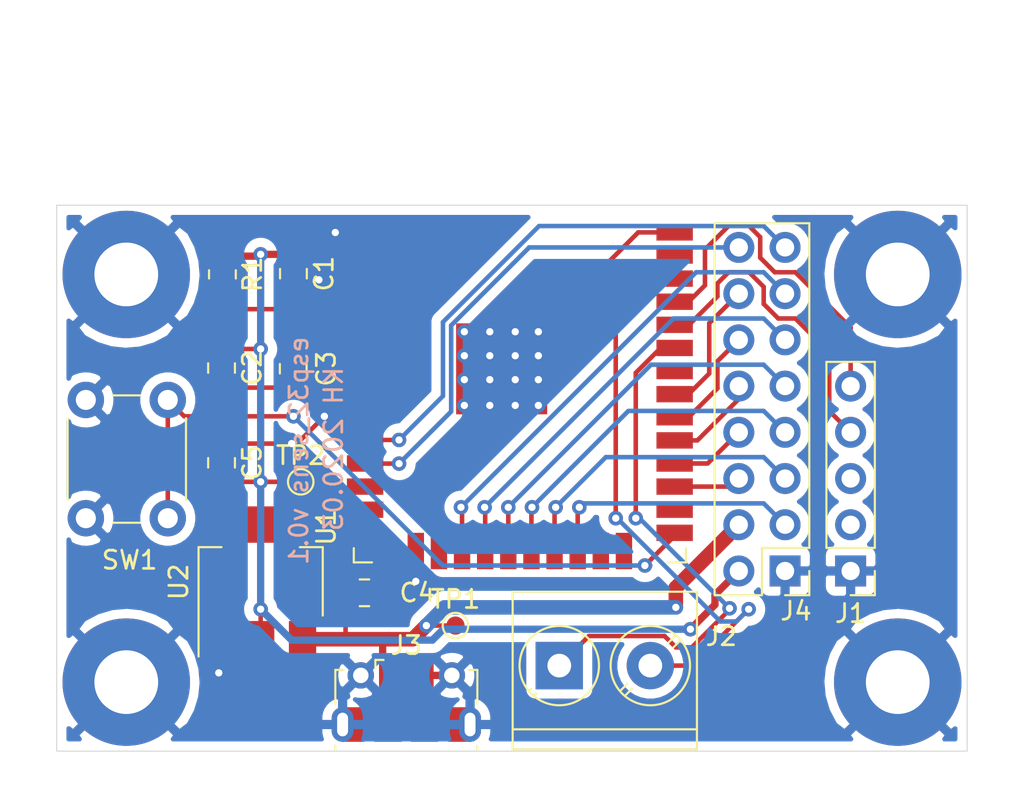
<source format=kicad_pcb>
(kicad_pcb (version 20171130) (host pcbnew "(5.1.9)-1")

  (general
    (thickness 1.6)
    (drawings 6)
    (tracks 222)
    (zones 0)
    (modules 19)
    (nets 23)
  )

  (page A4)
  (layers
    (0 F.Cu signal)
    (31 B.Cu mixed)
    (36 B.SilkS user)
    (37 F.SilkS user)
    (38 B.Mask user)
    (39 F.Mask user)
    (40 Dwgs.User user)
    (41 Cmts.User user)
    (44 Edge.Cuts user)
    (45 Margin user)
    (46 B.CrtYd user)
    (47 F.CrtYd user)
    (48 B.Fab user)
    (49 F.Fab user)
  )

  (setup
    (last_trace_width 0.25)
    (user_trace_width 0.4)
    (user_trace_width 0.8)
    (trace_clearance 0.2)
    (zone_clearance 0.508)
    (zone_45_only no)
    (trace_min 0.2)
    (via_size 0.8)
    (via_drill 0.4)
    (via_min_size 0.4)
    (via_min_drill 0.3)
    (uvia_size 0.3)
    (uvia_drill 0.1)
    (uvias_allowed no)
    (uvia_min_size 0.2)
    (uvia_min_drill 0.1)
    (edge_width 0.05)
    (segment_width 0.2)
    (pcb_text_width 0.3)
    (pcb_text_size 1.5 1.5)
    (mod_edge_width 0.12)
    (mod_text_size 1 1)
    (mod_text_width 0.15)
    (pad_size 1.524 1.524)
    (pad_drill 0.762)
    (pad_to_mask_clearance 0)
    (aux_axis_origin 0 0)
    (visible_elements 7FFFF7BF)
    (pcbplotparams
      (layerselection 0x010f0_ffffffff)
      (usegerberextensions false)
      (usegerberattributes true)
      (usegerberadvancedattributes true)
      (creategerberjobfile true)
      (excludeedgelayer true)
      (linewidth 0.100000)
      (plotframeref false)
      (viasonmask false)
      (mode 1)
      (useauxorigin false)
      (hpglpennumber 1)
      (hpglpenspeed 20)
      (hpglpendiameter 15.000000)
      (psnegative false)
      (psa4output false)
      (plotreference true)
      (plotvalue true)
      (plotinvisibletext false)
      (padsonsilk false)
      (subtractmaskfromsilk false)
      (outputformat 1)
      (mirror false)
      (drillshape 0)
      (scaleselection 1)
      (outputdirectory ""))
  )

  (net 0 "")
  (net 1 GND)
  (net 2 VDD)
  (net 3 "Net-(C3-Pad2)")
  (net 4 VBUS)
  (net 5 "Net-(SW1-Pad1)")
  (net 6 TX)
  (net 7 RX)
  (net 8 GPIO4)
  (net 9 GPIO2)
  (net 10 SCL)
  (net 11 SDA)
  (net 12 A1)
  (net 13 A0)
  (net 14 GPIO0)
  (net 15 U1_RX)
  (net 16 GPIO1)
  (net 17 U1_TX)
  (net 18 SS)
  (net 19 GPIO3)
  (net 20 SCLK)
  (net 21 MISO)
  (net 22 MOSI)

  (net_class Default "This is the default net class."
    (clearance 0.2)
    (trace_width 0.25)
    (via_dia 0.8)
    (via_drill 0.4)
    (uvia_dia 0.3)
    (uvia_drill 0.1)
    (add_net A0)
    (add_net A1)
    (add_net GND)
    (add_net GPIO0)
    (add_net GPIO1)
    (add_net GPIO2)
    (add_net GPIO3)
    (add_net GPIO4)
    (add_net MISO)
    (add_net MOSI)
    (add_net "Net-(C3-Pad2)")
    (add_net "Net-(SW1-Pad1)")
    (add_net RX)
    (add_net SCL)
    (add_net SCLK)
    (add_net SDA)
    (add_net SS)
    (add_net TX)
    (add_net U1_RX)
    (add_net U1_TX)
    (add_net VBUS)
    (add_net VDD)
  )

  (module TerminalBlock_Phoenix:TerminalBlock_Phoenix_PT-1,5-2-5.0-H_1x02_P5.00mm_Horizontal (layer F.Cu) (tedit 604BCEB6) (tstamp 604B0F1F)
    (at 107.6 85.3)
    (descr "Terminal Block Phoenix PT-1,5-2-5.0-H, 2 pins, pitch 5mm, size 10x9mm^2, drill diamater 1.3mm, pad diameter 2.6mm, see http://www.mouser.com/ds/2/324/ItemDetail_1935161-922578.pdf, script-generated using https://github.com/pointhi/kicad-footprint-generator/scripts/TerminalBlock_Phoenix")
    (tags "THT Terminal Block Phoenix PT-1,5-2-5.0-H pitch 5mm size 10x9mm^2 drill 1.3mm pad 2.6mm")
    (path /6053D041)
    (fp_text reference J2 (at 8.9 -1.6) (layer F.SilkS)
      (effects (font (size 1 1) (thickness 0.15)))
    )
    (fp_text value Screw_Terminal_01x02 (at 1.27 4.16) (layer F.Fab)
      (effects (font (size 1 1) (thickness 0.15)))
    )
    (fp_line (start 8 -4.5) (end -3 -4.5) (layer F.CrtYd) (width 0.05))
    (fp_line (start 8 5.5) (end 8 -4.5) (layer F.CrtYd) (width 0.05))
    (fp_line (start -3 5.5) (end 8 5.5) (layer F.CrtYd) (width 0.05))
    (fp_line (start -3 -4.5) (end -3 5.5) (layer F.CrtYd) (width 0.05))
    (fp_line (start 3.742 0.992) (end 3.347 1.388) (layer F.SilkS) (width 0.12))
    (fp_line (start 6.388 -1.654) (end 6.008 -1.274) (layer F.SilkS) (width 0.12))
    (fp_line (start 3.993 1.274) (end 3.613 1.654) (layer F.SilkS) (width 0.12))
    (fp_line (start 6.654 -1.388) (end 6.259 -0.992) (layer F.SilkS) (width 0.12))
    (fp_line (start 6.273 -1.517) (end 3.484 1.273) (layer F.Fab) (width 0.1))
    (fp_line (start 6.517 -1.273) (end 3.728 1.517) (layer F.Fab) (width 0.1))
    (fp_line (start -1.548 1.281) (end -1.654 1.388) (layer F.SilkS) (width 0.12))
    (fp_line (start 1.388 -1.654) (end 1.281 -1.547) (layer F.SilkS) (width 0.12))
    (fp_line (start -1.282 1.547) (end -1.388 1.654) (layer F.SilkS) (width 0.12))
    (fp_line (start 1.654 -1.388) (end 1.547 -1.281) (layer F.SilkS) (width 0.12))
    (fp_line (start 1.273 -1.517) (end -1.517 1.273) (layer F.Fab) (width 0.1))
    (fp_line (start 1.517 -1.273) (end -1.273 1.517) (layer F.Fab) (width 0.1))
    (fp_line (start 7.56 -4.06) (end 7.56 4.6) (layer F.SilkS) (width 0.12))
    (fp_line (start -2.56 -4.06) (end -2.56 4.6) (layer F.SilkS) (width 0.12))
    (fp_line (start -2.56 -4.06) (end 7.56 -4.06) (layer F.SilkS) (width 0.12))
    (fp_line (start -2.56 3.5) (end 7.56 3.5) (layer F.SilkS) (width 0.12))
    (fp_line (start -2.5 3.5) (end 7.5 3.5) (layer F.Fab) (width 0.1))
    (fp_line (start -2.56 4.6) (end 7.56 4.6) (layer F.SilkS) (width 0.12))
    (fp_line (start -2.5 4.6) (end 7.5 4.6) (layer F.Fab) (width 0.1))
    (fp_line (start -2.5 4.6) (end -2.5 -4) (layer F.Fab) (width 0.1))
    (fp_line (start -2.1 5) (end -2.5 4.6) (layer F.Fab) (width 0.1))
    (fp_line (start 7.5 5) (end -2.1 5) (layer F.Fab) (width 0.1))
    (fp_line (start 7.5 -4) (end 7.5 5) (layer F.Fab) (width 0.1))
    (fp_line (start -2.5 -4) (end 7.5 -4) (layer F.Fab) (width 0.1))
    (fp_circle (center 5 0) (end 7.18 0) (layer F.SilkS) (width 0.12))
    (fp_circle (center 5 0) (end 7 0) (layer F.Fab) (width 0.1))
    (fp_circle (center 0 0) (end 2.18 0) (layer F.SilkS) (width 0.12))
    (fp_circle (center 0 0) (end 2 0) (layer F.Fab) (width 0.1))
    (fp_text user %R (at 1.27 2) (layer F.Fab)
      (effects (font (size 1 1) (thickness 0.15)))
    )
    (pad 2 thru_hole circle (at 5 0) (size 2.6 2.6) (drill 1.3) (layers *.Cu *.Mask)
      (net 10 SCL))
    (pad 1 thru_hole rect (at 0 0) (size 2.6 2.6) (drill 1.3) (layers *.Cu *.Mask)
      (net 11 SDA))
    (model ${KISYS3DMOD}/TerminalBlock_Phoenix.3dshapes/TerminalBlock_Phoenix_PT-1,5-2-5.0-H_1x02_P5.00mm_Horizontal.wrl
      (at (xyz 0 0 0))
      (scale (xyz 1 1 1))
      (rotate (xyz 0 0 0))
    )
  )

  (module Button_Switch_THT:SW_PUSH_6mm_H5mm (layer F.Cu) (tedit 5A02FE31) (tstamp 604AABFB)
    (at 86.1 70.7 270)
    (descr "tactile push button, 6x6mm e.g. PHAP33xx series, height=5mm")
    (tags "tact sw push 6mm")
    (path /604A27D7)
    (fp_text reference SW1 (at 8.8 2.1 180) (layer F.SilkS)
      (effects (font (size 1 1) (thickness 0.15)))
    )
    (fp_text value BOOTSEL (at 3.75 6.7 90) (layer F.Fab)
      (effects (font (size 1 1) (thickness 0.15)))
    )
    (fp_line (start 3.25 -0.75) (end 6.25 -0.75) (layer F.Fab) (width 0.1))
    (fp_line (start 6.25 -0.75) (end 6.25 5.25) (layer F.Fab) (width 0.1))
    (fp_line (start 6.25 5.25) (end 0.25 5.25) (layer F.Fab) (width 0.1))
    (fp_line (start 0.25 5.25) (end 0.25 -0.75) (layer F.Fab) (width 0.1))
    (fp_line (start 0.25 -0.75) (end 3.25 -0.75) (layer F.Fab) (width 0.1))
    (fp_line (start 7.75 6) (end 8 6) (layer F.CrtYd) (width 0.05))
    (fp_line (start 8 6) (end 8 5.75) (layer F.CrtYd) (width 0.05))
    (fp_line (start 7.75 -1.5) (end 8 -1.5) (layer F.CrtYd) (width 0.05))
    (fp_line (start 8 -1.5) (end 8 -1.25) (layer F.CrtYd) (width 0.05))
    (fp_line (start -1.5 -1.25) (end -1.5 -1.5) (layer F.CrtYd) (width 0.05))
    (fp_line (start -1.5 -1.5) (end -1.25 -1.5) (layer F.CrtYd) (width 0.05))
    (fp_line (start -1.5 5.75) (end -1.5 6) (layer F.CrtYd) (width 0.05))
    (fp_line (start -1.5 6) (end -1.25 6) (layer F.CrtYd) (width 0.05))
    (fp_line (start -1.25 -1.5) (end 7.75 -1.5) (layer F.CrtYd) (width 0.05))
    (fp_line (start -1.5 5.75) (end -1.5 -1.25) (layer F.CrtYd) (width 0.05))
    (fp_line (start 7.75 6) (end -1.25 6) (layer F.CrtYd) (width 0.05))
    (fp_line (start 8 -1.25) (end 8 5.75) (layer F.CrtYd) (width 0.05))
    (fp_line (start 1 5.5) (end 5.5 5.5) (layer F.SilkS) (width 0.12))
    (fp_line (start -0.25 1.5) (end -0.25 3) (layer F.SilkS) (width 0.12))
    (fp_line (start 5.5 -1) (end 1 -1) (layer F.SilkS) (width 0.12))
    (fp_line (start 6.75 3) (end 6.75 1.5) (layer F.SilkS) (width 0.12))
    (fp_circle (center 3.25 2.25) (end 1.25 2.5) (layer F.Fab) (width 0.1))
    (fp_text user %R (at 3.25 2.25 90) (layer F.Fab)
      (effects (font (size 1 1) (thickness 0.15)))
    )
    (pad 1 thru_hole circle (at 6.5 0) (size 2 2) (drill 1.1) (layers *.Cu *.Mask)
      (net 5 "Net-(SW1-Pad1)"))
    (pad 2 thru_hole circle (at 6.5 4.5) (size 2 2) (drill 1.1) (layers *.Cu *.Mask)
      (net 1 GND))
    (pad 1 thru_hole circle (at 0 0) (size 2 2) (drill 1.1) (layers *.Cu *.Mask)
      (net 5 "Net-(SW1-Pad1)"))
    (pad 2 thru_hole circle (at 0 4.5) (size 2 2) (drill 1.1) (layers *.Cu *.Mask)
      (net 1 GND))
    (model ${KISYS3DMOD}/Button_Switch_THT.3dshapes/SW_PUSH_6mm_H5mm.wrl
      (at (xyz 0 0 0))
      (scale (xyz 1 1 1))
      (rotate (xyz 0 0 0))
    )
  )

  (module Connector_PinHeader_2.54mm:PinHeader_1x05_P2.54mm_Vertical (layer F.Cu) (tedit 59FED5CC) (tstamp 604AABA2)
    (at 123.6 80.1 180)
    (descr "Through hole straight pin header, 1x05, 2.54mm pitch, single row")
    (tags "Through hole pin header THT 1x05 2.54mm single row")
    (path /604DB239)
    (fp_text reference J1 (at 0 -2.33) (layer F.SilkS)
      (effects (font (size 1 1) (thickness 0.15)))
    )
    (fp_text value FTDI (at 0 12.49) (layer F.Fab)
      (effects (font (size 1 1) (thickness 0.15)))
    )
    (fp_line (start 1.8 -1.8) (end -1.8 -1.8) (layer F.CrtYd) (width 0.05))
    (fp_line (start 1.8 11.95) (end 1.8 -1.8) (layer F.CrtYd) (width 0.05))
    (fp_line (start -1.8 11.95) (end 1.8 11.95) (layer F.CrtYd) (width 0.05))
    (fp_line (start -1.8 -1.8) (end -1.8 11.95) (layer F.CrtYd) (width 0.05))
    (fp_line (start -1.33 -1.33) (end 0 -1.33) (layer F.SilkS) (width 0.12))
    (fp_line (start -1.33 0) (end -1.33 -1.33) (layer F.SilkS) (width 0.12))
    (fp_line (start -1.33 1.27) (end 1.33 1.27) (layer F.SilkS) (width 0.12))
    (fp_line (start 1.33 1.27) (end 1.33 11.49) (layer F.SilkS) (width 0.12))
    (fp_line (start -1.33 1.27) (end -1.33 11.49) (layer F.SilkS) (width 0.12))
    (fp_line (start -1.33 11.49) (end 1.33 11.49) (layer F.SilkS) (width 0.12))
    (fp_line (start -1.27 -0.635) (end -0.635 -1.27) (layer F.Fab) (width 0.1))
    (fp_line (start -1.27 11.43) (end -1.27 -0.635) (layer F.Fab) (width 0.1))
    (fp_line (start 1.27 11.43) (end -1.27 11.43) (layer F.Fab) (width 0.1))
    (fp_line (start 1.27 -1.27) (end 1.27 11.43) (layer F.Fab) (width 0.1))
    (fp_line (start -0.635 -1.27) (end 1.27 -1.27) (layer F.Fab) (width 0.1))
    (fp_text user %R (at 0 5.08 90) (layer F.Fab)
      (effects (font (size 1 1) (thickness 0.15)))
    )
    (pad 5 thru_hole oval (at 0 10.16 180) (size 1.7 1.7) (drill 1) (layers *.Cu *.Mask)
      (net 6 TX))
    (pad 4 thru_hole oval (at 0 7.62 180) (size 1.7 1.7) (drill 1) (layers *.Cu *.Mask)
      (net 7 RX))
    (pad 3 thru_hole oval (at 0 5.08 180) (size 1.7 1.7) (drill 1) (layers *.Cu *.Mask))
    (pad 2 thru_hole oval (at 0 2.54 180) (size 1.7 1.7) (drill 1) (layers *.Cu *.Mask))
    (pad 1 thru_hole rect (at 0 0 180) (size 1.7 1.7) (drill 1) (layers *.Cu *.Mask)
      (net 1 GND))
    (model ${KISYS3DMOD}/Connector_PinHeader_2.54mm.3dshapes/PinHeader_1x05_P2.54mm_Vertical.wrl
      (at (xyz 0 0 0))
      (scale (xyz 1 1 1))
      (rotate (xyz 0 0 0))
    )
  )

  (module Connector_PinHeader_2.54mm:PinHeader_2x08_P2.54mm_Vertical (layer F.Cu) (tedit 59FED5CC) (tstamp 604C6E75)
    (at 120 80.1 180)
    (descr "Through hole straight pin header, 2x08, 2.54mm pitch, double rows")
    (tags "Through hole pin header THT 2x08 2.54mm double row")
    (path /60536DE8)
    (fp_text reference J4 (at -0.6 -2.2) (layer F.SilkS)
      (effects (font (size 1 1) (thickness 0.15)))
    )
    (fp_text value Conn_02x08_Counter_Clockwise (at 1.27 20.11) (layer F.Fab)
      (effects (font (size 1 1) (thickness 0.15)))
    )
    (fp_line (start 4.35 -1.8) (end -1.8 -1.8) (layer F.CrtYd) (width 0.05))
    (fp_line (start 4.35 19.55) (end 4.35 -1.8) (layer F.CrtYd) (width 0.05))
    (fp_line (start -1.8 19.55) (end 4.35 19.55) (layer F.CrtYd) (width 0.05))
    (fp_line (start -1.8 -1.8) (end -1.8 19.55) (layer F.CrtYd) (width 0.05))
    (fp_line (start -1.33 -1.33) (end 0 -1.33) (layer F.SilkS) (width 0.12))
    (fp_line (start -1.33 0) (end -1.33 -1.33) (layer F.SilkS) (width 0.12))
    (fp_line (start 1.27 -1.33) (end 3.87 -1.33) (layer F.SilkS) (width 0.12))
    (fp_line (start 1.27 1.27) (end 1.27 -1.33) (layer F.SilkS) (width 0.12))
    (fp_line (start -1.33 1.27) (end 1.27 1.27) (layer F.SilkS) (width 0.12))
    (fp_line (start 3.87 -1.33) (end 3.87 19.11) (layer F.SilkS) (width 0.12))
    (fp_line (start -1.33 1.27) (end -1.33 19.11) (layer F.SilkS) (width 0.12))
    (fp_line (start -1.33 19.11) (end 3.87 19.11) (layer F.SilkS) (width 0.12))
    (fp_line (start -1.27 0) (end 0 -1.27) (layer F.Fab) (width 0.1))
    (fp_line (start -1.27 19.05) (end -1.27 0) (layer F.Fab) (width 0.1))
    (fp_line (start 3.81 19.05) (end -1.27 19.05) (layer F.Fab) (width 0.1))
    (fp_line (start 3.81 -1.27) (end 3.81 19.05) (layer F.Fab) (width 0.1))
    (fp_line (start 0 -1.27) (end 3.81 -1.27) (layer F.Fab) (width 0.1))
    (fp_text user %R (at 1.27 8.89 90) (layer F.Fab)
      (effects (font (size 1 1) (thickness 0.15)))
    )
    (pad 16 thru_hole oval (at 2.54 17.78 180) (size 1.7 1.7) (drill 1) (layers *.Cu *.Mask)
      (net 12 A1))
    (pad 15 thru_hole oval (at 0 17.78 180) (size 1.7 1.7) (drill 1) (layers *.Cu *.Mask)
      (net 13 A0))
    (pad 14 thru_hole oval (at 2.54 15.24 180) (size 1.7 1.7) (drill 1) (layers *.Cu *.Mask)
      (net 14 GPIO0))
    (pad 13 thru_hole oval (at 0 15.24 180) (size 1.7 1.7) (drill 1) (layers *.Cu *.Mask)
      (net 15 U1_RX))
    (pad 12 thru_hole oval (at 2.54 12.7 180) (size 1.7 1.7) (drill 1) (layers *.Cu *.Mask)
      (net 16 GPIO1))
    (pad 11 thru_hole oval (at 0 12.7 180) (size 1.7 1.7) (drill 1) (layers *.Cu *.Mask)
      (net 17 U1_TX))
    (pad 10 thru_hole oval (at 2.54 10.16 180) (size 1.7 1.7) (drill 1) (layers *.Cu *.Mask)
      (net 9 GPIO2))
    (pad 9 thru_hole oval (at 0 10.16 180) (size 1.7 1.7) (drill 1) (layers *.Cu *.Mask)
      (net 18 SS))
    (pad 8 thru_hole oval (at 2.54 7.62 180) (size 1.7 1.7) (drill 1) (layers *.Cu *.Mask)
      (net 19 GPIO3))
    (pad 7 thru_hole oval (at 0 7.62 180) (size 1.7 1.7) (drill 1) (layers *.Cu *.Mask)
      (net 20 SCLK))
    (pad 6 thru_hole oval (at 2.54 5.08 180) (size 1.7 1.7) (drill 1) (layers *.Cu *.Mask)
      (net 8 GPIO4))
    (pad 5 thru_hole oval (at 0 5.08 180) (size 1.7 1.7) (drill 1) (layers *.Cu *.Mask)
      (net 21 MISO))
    (pad 4 thru_hole oval (at 2.54 2.54 180) (size 1.7 1.7) (drill 1) (layers *.Cu *.Mask)
      (net 4 VBUS))
    (pad 3 thru_hole oval (at 0 2.54 180) (size 1.7 1.7) (drill 1) (layers *.Cu *.Mask)
      (net 22 MOSI))
    (pad 2 thru_hole oval (at 2.54 0 180) (size 1.7 1.7) (drill 1) (layers *.Cu *.Mask)
      (net 2 VDD))
    (pad 1 thru_hole rect (at 0 0 180) (size 1.7 1.7) (drill 1) (layers *.Cu *.Mask)
      (net 1 GND))
    (model ${KISYS3DMOD}/Connector_PinHeader_2.54mm.3dshapes/PinHeader_2x08_P2.54mm_Vertical.wrl
      (at (xyz 0 0 0))
      (scale (xyz 1 1 1))
      (rotate (xyz 0 0 0))
    )
  )

  (module TestPoint:TestPoint_Pad_D1.0mm (layer F.Cu) (tedit 5A0F774F) (tstamp 604C5E59)
    (at 101.9 83.1)
    (descr "SMD pad as test Point, diameter 1.0mm")
    (tags "test point SMD pad")
    (path /60518941)
    (attr virtual)
    (fp_text reference TP1 (at 0 -1.448) (layer F.SilkS)
      (effects (font (size 1 1) (thickness 0.15)))
    )
    (fp_text value TestPoint (at 0 1.55) (layer F.Fab)
      (effects (font (size 1 1) (thickness 0.15)))
    )
    (fp_circle (center 0 0) (end 0 0.7) (layer F.SilkS) (width 0.12))
    (fp_circle (center 0 0) (end 1 0) (layer F.CrtYd) (width 0.05))
    (fp_text user %R (at 0 -1.45) (layer F.Fab)
      (effects (font (size 1 1) (thickness 0.15)))
    )
    (pad 1 smd circle (at 0 0) (size 1 1) (layers F.Cu F.Mask)
      (net 4 VBUS))
  )

  (module TestPoint:TestPoint_Pad_D1.0mm (layer F.Cu) (tedit 5A0F774F) (tstamp 604C38CE)
    (at 93.4 75.2)
    (descr "SMD pad as test Point, diameter 1.0mm")
    (tags "test point SMD pad")
    (path /6051ABA1)
    (attr virtual)
    (fp_text reference TP2 (at 0 -1.448) (layer F.SilkS)
      (effects (font (size 1 1) (thickness 0.15)))
    )
    (fp_text value TestPoint (at 0 1.55) (layer F.Fab)
      (effects (font (size 1 1) (thickness 0.15)))
    )
    (fp_circle (center 0 0) (end 0 0.7) (layer F.SilkS) (width 0.12))
    (fp_circle (center 0 0) (end 1 0) (layer F.CrtYd) (width 0.05))
    (fp_text user %R (at 0 -1.45) (layer F.Fab)
      (effects (font (size 1 1) (thickness 0.15)))
    )
    (pad 1 smd circle (at 0 0) (size 1 1) (layers F.Cu F.Mask)
      (net 2 VDD))
  )

  (module Resistor_SMD:R_0805_2012Metric_Pad1.20x1.40mm_HandSolder (layer F.Cu) (tedit 5F68FEEE) (tstamp 604AABDC)
    (at 89.1 63.8 270)
    (descr "Resistor SMD 0805 (2012 Metric), square (rectangular) end terminal, IPC_7351 nominal with elongated pad for handsoldering. (Body size source: IPC-SM-782 page 72, https://www.pcb-3d.com/wordpress/wp-content/uploads/ipc-sm-782a_amendment_1_and_2.pdf), generated with kicad-footprint-generator")
    (tags "resistor handsolder")
    (path /604C39E7)
    (attr smd)
    (fp_text reference R1 (at 0 -1.65 90) (layer F.SilkS)
      (effects (font (size 1 1) (thickness 0.15)))
    )
    (fp_text value 10k (at 0 1.65 90) (layer F.Fab)
      (effects (font (size 1 1) (thickness 0.15)))
    )
    (fp_line (start 1.85 0.95) (end -1.85 0.95) (layer F.CrtYd) (width 0.05))
    (fp_line (start 1.85 -0.95) (end 1.85 0.95) (layer F.CrtYd) (width 0.05))
    (fp_line (start -1.85 -0.95) (end 1.85 -0.95) (layer F.CrtYd) (width 0.05))
    (fp_line (start -1.85 0.95) (end -1.85 -0.95) (layer F.CrtYd) (width 0.05))
    (fp_line (start -0.227064 0.735) (end 0.227064 0.735) (layer F.SilkS) (width 0.12))
    (fp_line (start -0.227064 -0.735) (end 0.227064 -0.735) (layer F.SilkS) (width 0.12))
    (fp_line (start 1 0.625) (end -1 0.625) (layer F.Fab) (width 0.1))
    (fp_line (start 1 -0.625) (end 1 0.625) (layer F.Fab) (width 0.1))
    (fp_line (start -1 -0.625) (end 1 -0.625) (layer F.Fab) (width 0.1))
    (fp_line (start -1 0.625) (end -1 -0.625) (layer F.Fab) (width 0.1))
    (fp_text user %R (at 0 0 90) (layer F.Fab)
      (effects (font (size 0.5 0.5) (thickness 0.08)))
    )
    (pad 2 smd roundrect (at 1 0 270) (size 1.2 1.4) (layers F.Cu F.Paste F.Mask) (roundrect_rratio 0.2083325)
      (net 3 "Net-(C3-Pad2)"))
    (pad 1 smd roundrect (at -1 0 270) (size 1.2 1.4) (layers F.Cu F.Paste F.Mask) (roundrect_rratio 0.2083325)
      (net 2 VDD))
    (model ${KISYS3DMOD}/Resistor_SMD.3dshapes/R_0805_2012Metric.wrl
      (at (xyz 0 0 0))
      (scale (xyz 1 1 1))
      (rotate (xyz 0 0 0))
    )
  )

  (module Capacitor_SMD:C_0805_2012Metric_Pad1.18x1.45mm_HandSolder (layer F.Cu) (tedit 5F68FEEF) (tstamp 604ACF86)
    (at 89.0524 74.1549 270)
    (descr "Capacitor SMD 0805 (2012 Metric), square (rectangular) end terminal, IPC_7351 nominal with elongated pad for handsoldering. (Body size source: IPC-SM-782 page 76, https://www.pcb-3d.com/wordpress/wp-content/uploads/ipc-sm-782a_amendment_1_and_2.pdf, https://docs.google.com/spreadsheets/d/1BsfQQcO9C6DZCsRaXUlFlo91Tg2WpOkGARC1WS5S8t0/edit?usp=sharing), generated with kicad-footprint-generator")
    (tags "capacitor handsolder")
    (path /6050F0FE)
    (attr smd)
    (fp_text reference C5 (at 0 -1.68 90) (layer F.SilkS)
      (effects (font (size 1 1) (thickness 0.15)))
    )
    (fp_text value 1uF (at 0 1.68 90) (layer F.Fab)
      (effects (font (size 1 1) (thickness 0.15)))
    )
    (fp_line (start 1.88 0.98) (end -1.88 0.98) (layer F.CrtYd) (width 0.05))
    (fp_line (start 1.88 -0.98) (end 1.88 0.98) (layer F.CrtYd) (width 0.05))
    (fp_line (start -1.88 -0.98) (end 1.88 -0.98) (layer F.CrtYd) (width 0.05))
    (fp_line (start -1.88 0.98) (end -1.88 -0.98) (layer F.CrtYd) (width 0.05))
    (fp_line (start -0.261252 0.735) (end 0.261252 0.735) (layer F.SilkS) (width 0.12))
    (fp_line (start -0.261252 -0.735) (end 0.261252 -0.735) (layer F.SilkS) (width 0.12))
    (fp_line (start 1 0.625) (end -1 0.625) (layer F.Fab) (width 0.1))
    (fp_line (start 1 -0.625) (end 1 0.625) (layer F.Fab) (width 0.1))
    (fp_line (start -1 -0.625) (end 1 -0.625) (layer F.Fab) (width 0.1))
    (fp_line (start -1 0.625) (end -1 -0.625) (layer F.Fab) (width 0.1))
    (fp_text user %R (at 0 0 90) (layer F.Fab)
      (effects (font (size 0.5 0.5) (thickness 0.08)))
    )
    (pad 2 smd roundrect (at 1.0375 0 270) (size 1.175 1.45) (layers F.Cu F.Paste F.Mask) (roundrect_rratio 0.2127659574468085)
      (net 2 VDD))
    (pad 1 smd roundrect (at -1.0375 0 270) (size 1.175 1.45) (layers F.Cu F.Paste F.Mask) (roundrect_rratio 0.2127659574468085)
      (net 1 GND))
    (model ${KISYS3DMOD}/Capacitor_SMD.3dshapes/C_0805_2012Metric.wrl
      (at (xyz 0 0 0))
      (scale (xyz 1 1 1))
      (rotate (xyz 0 0 0))
    )
  )

  (module Capacitor_SMD:C_0805_2012Metric_Pad1.18x1.45mm_HandSolder (layer F.Cu) (tedit 5F68FEEF) (tstamp 604ACF75)
    (at 96.9 81.3 180)
    (descr "Capacitor SMD 0805 (2012 Metric), square (rectangular) end terminal, IPC_7351 nominal with elongated pad for handsoldering. (Body size source: IPC-SM-782 page 76, https://www.pcb-3d.com/wordpress/wp-content/uploads/ipc-sm-782a_amendment_1_and_2.pdf, https://docs.google.com/spreadsheets/d/1BsfQQcO9C6DZCsRaXUlFlo91Tg2WpOkGARC1WS5S8t0/edit?usp=sharing), generated with kicad-footprint-generator")
    (tags "capacitor handsolder")
    (path /6050EB74)
    (attr smd)
    (fp_text reference C4 (at -2.9 0) (layer F.SilkS)
      (effects (font (size 1 1) (thickness 0.15)))
    )
    (fp_text value 1uF (at 0 1.68) (layer F.Fab)
      (effects (font (size 1 1) (thickness 0.15)))
    )
    (fp_line (start 1.88 0.98) (end -1.88 0.98) (layer F.CrtYd) (width 0.05))
    (fp_line (start 1.88 -0.98) (end 1.88 0.98) (layer F.CrtYd) (width 0.05))
    (fp_line (start -1.88 -0.98) (end 1.88 -0.98) (layer F.CrtYd) (width 0.05))
    (fp_line (start -1.88 0.98) (end -1.88 -0.98) (layer F.CrtYd) (width 0.05))
    (fp_line (start -0.261252 0.735) (end 0.261252 0.735) (layer F.SilkS) (width 0.12))
    (fp_line (start -0.261252 -0.735) (end 0.261252 -0.735) (layer F.SilkS) (width 0.12))
    (fp_line (start 1 0.625) (end -1 0.625) (layer F.Fab) (width 0.1))
    (fp_line (start 1 -0.625) (end 1 0.625) (layer F.Fab) (width 0.1))
    (fp_line (start -1 -0.625) (end 1 -0.625) (layer F.Fab) (width 0.1))
    (fp_line (start -1 0.625) (end -1 -0.625) (layer F.Fab) (width 0.1))
    (fp_text user %R (at 0 0) (layer F.Fab)
      (effects (font (size 0.5 0.5) (thickness 0.08)))
    )
    (pad 2 smd roundrect (at 1.0375 0 180) (size 1.175 1.45) (layers F.Cu F.Paste F.Mask) (roundrect_rratio 0.2127659574468085)
      (net 4 VBUS))
    (pad 1 smd roundrect (at -1.0375 0 180) (size 1.175 1.45) (layers F.Cu F.Paste F.Mask) (roundrect_rratio 0.2127659574468085)
      (net 1 GND))
    (model ${KISYS3DMOD}/Capacitor_SMD.3dshapes/C_0805_2012Metric.wrl
      (at (xyz 0 0 0))
      (scale (xyz 1 1 1))
      (rotate (xyz 0 0 0))
    )
  )

  (module Capacitor_SMD:C_0805_2012Metric_Pad1.18x1.45mm_HandSolder (layer F.Cu) (tedit 5F68FEEF) (tstamp 604AAB88)
    (at 92.9894 68.9864 90)
    (descr "Capacitor SMD 0805 (2012 Metric), square (rectangular) end terminal, IPC_7351 nominal with elongated pad for handsoldering. (Body size source: IPC-SM-782 page 76, https://www.pcb-3d.com/wordpress/wp-content/uploads/ipc-sm-782a_amendment_1_and_2.pdf, https://docs.google.com/spreadsheets/d/1BsfQQcO9C6DZCsRaXUlFlo91Tg2WpOkGARC1WS5S8t0/edit?usp=sharing), generated with kicad-footprint-generator")
    (tags "capacitor handsolder")
    (path /604C1BEF)
    (attr smd)
    (fp_text reference C3 (at 0 1.8106 90) (layer F.SilkS)
      (effects (font (size 1 1) (thickness 0.15)))
    )
    (fp_text value 1uF (at 0 1.68 90) (layer F.Fab)
      (effects (font (size 1 1) (thickness 0.15)))
    )
    (fp_line (start 1.88 0.98) (end -1.88 0.98) (layer F.CrtYd) (width 0.05))
    (fp_line (start 1.88 -0.98) (end 1.88 0.98) (layer F.CrtYd) (width 0.05))
    (fp_line (start -1.88 -0.98) (end 1.88 -0.98) (layer F.CrtYd) (width 0.05))
    (fp_line (start -1.88 0.98) (end -1.88 -0.98) (layer F.CrtYd) (width 0.05))
    (fp_line (start -0.261252 0.735) (end 0.261252 0.735) (layer F.SilkS) (width 0.12))
    (fp_line (start -0.261252 -0.735) (end 0.261252 -0.735) (layer F.SilkS) (width 0.12))
    (fp_line (start 1 0.625) (end -1 0.625) (layer F.Fab) (width 0.1))
    (fp_line (start 1 -0.625) (end 1 0.625) (layer F.Fab) (width 0.1))
    (fp_line (start -1 -0.625) (end 1 -0.625) (layer F.Fab) (width 0.1))
    (fp_line (start -1 0.625) (end -1 -0.625) (layer F.Fab) (width 0.1))
    (fp_text user %R (at 0 0 90) (layer F.Fab)
      (effects (font (size 0.5 0.5) (thickness 0.08)))
    )
    (pad 2 smd roundrect (at 1.0375 0 90) (size 1.175 1.45) (layers F.Cu F.Paste F.Mask) (roundrect_rratio 0.2127659574468085)
      (net 3 "Net-(C3-Pad2)"))
    (pad 1 smd roundrect (at -1.0375 0 90) (size 1.175 1.45) (layers F.Cu F.Paste F.Mask) (roundrect_rratio 0.2127659574468085)
      (net 1 GND))
    (model ${KISYS3DMOD}/Capacitor_SMD.3dshapes/C_0805_2012Metric.wrl
      (at (xyz 0 0 0))
      (scale (xyz 1 1 1))
      (rotate (xyz 0 0 0))
    )
  )

  (module Capacitor_SMD:C_0805_2012Metric_Pad1.18x1.45mm_HandSolder (layer F.Cu) (tedit 5F68FEEF) (tstamp 604AEE55)
    (at 89.0524 68.9479 270)
    (descr "Capacitor SMD 0805 (2012 Metric), square (rectangular) end terminal, IPC_7351 nominal with elongated pad for handsoldering. (Body size source: IPC-SM-782 page 76, https://www.pcb-3d.com/wordpress/wp-content/uploads/ipc-sm-782a_amendment_1_and_2.pdf, https://docs.google.com/spreadsheets/d/1BsfQQcO9C6DZCsRaXUlFlo91Tg2WpOkGARC1WS5S8t0/edit?usp=sharing), generated with kicad-footprint-generator")
    (tags "capacitor handsolder")
    (path /604AF7B7)
    (attr smd)
    (fp_text reference C2 (at 0 -1.68 90) (layer F.SilkS)
      (effects (font (size 1 1) (thickness 0.15)))
    )
    (fp_text value 0.1uF (at 0 1.68 90) (layer F.Fab)
      (effects (font (size 1 1) (thickness 0.15)))
    )
    (fp_line (start 1.88 0.98) (end -1.88 0.98) (layer F.CrtYd) (width 0.05))
    (fp_line (start 1.88 -0.98) (end 1.88 0.98) (layer F.CrtYd) (width 0.05))
    (fp_line (start -1.88 -0.98) (end 1.88 -0.98) (layer F.CrtYd) (width 0.05))
    (fp_line (start -1.88 0.98) (end -1.88 -0.98) (layer F.CrtYd) (width 0.05))
    (fp_line (start -0.261252 0.735) (end 0.261252 0.735) (layer F.SilkS) (width 0.12))
    (fp_line (start -0.261252 -0.735) (end 0.261252 -0.735) (layer F.SilkS) (width 0.12))
    (fp_line (start 1 0.625) (end -1 0.625) (layer F.Fab) (width 0.1))
    (fp_line (start 1 -0.625) (end 1 0.625) (layer F.Fab) (width 0.1))
    (fp_line (start -1 -0.625) (end 1 -0.625) (layer F.Fab) (width 0.1))
    (fp_line (start -1 0.625) (end -1 -0.625) (layer F.Fab) (width 0.1))
    (fp_text user %R (at 0 0 90) (layer F.Fab)
      (effects (font (size 0.5 0.5) (thickness 0.08)))
    )
    (pad 2 smd roundrect (at 1.0375 0 270) (size 1.175 1.45) (layers F.Cu F.Paste F.Mask) (roundrect_rratio 0.2127659574468085)
      (net 1 GND))
    (pad 1 smd roundrect (at -1.0375 0 270) (size 1.175 1.45) (layers F.Cu F.Paste F.Mask) (roundrect_rratio 0.2127659574468085)
      (net 2 VDD))
    (model ${KISYS3DMOD}/Capacitor_SMD.3dshapes/C_0805_2012Metric.wrl
      (at (xyz 0 0 0))
      (scale (xyz 1 1 1))
      (rotate (xyz 0 0 0))
    )
  )

  (module Capacitor_SMD:C_0805_2012Metric_Pad1.18x1.45mm_HandSolder (layer F.Cu) (tedit 5F68FEEF) (tstamp 604AAB66)
    (at 93 63.7625 270)
    (descr "Capacitor SMD 0805 (2012 Metric), square (rectangular) end terminal, IPC_7351 nominal with elongated pad for handsoldering. (Body size source: IPC-SM-782 page 76, https://www.pcb-3d.com/wordpress/wp-content/uploads/ipc-sm-782a_amendment_1_and_2.pdf, https://docs.google.com/spreadsheets/d/1BsfQQcO9C6DZCsRaXUlFlo91Tg2WpOkGARC1WS5S8t0/edit?usp=sharing), generated with kicad-footprint-generator")
    (tags "capacitor handsolder")
    (path /604AE630)
    (attr smd)
    (fp_text reference C1 (at 0 -1.68 90) (layer F.SilkS)
      (effects (font (size 1 1) (thickness 0.15)))
    )
    (fp_text value 10uF (at 0 1.68 90) (layer F.Fab)
      (effects (font (size 1 1) (thickness 0.15)))
    )
    (fp_line (start 1.88 0.98) (end -1.88 0.98) (layer F.CrtYd) (width 0.05))
    (fp_line (start 1.88 -0.98) (end 1.88 0.98) (layer F.CrtYd) (width 0.05))
    (fp_line (start -1.88 -0.98) (end 1.88 -0.98) (layer F.CrtYd) (width 0.05))
    (fp_line (start -1.88 0.98) (end -1.88 -0.98) (layer F.CrtYd) (width 0.05))
    (fp_line (start -0.261252 0.735) (end 0.261252 0.735) (layer F.SilkS) (width 0.12))
    (fp_line (start -0.261252 -0.735) (end 0.261252 -0.735) (layer F.SilkS) (width 0.12))
    (fp_line (start 1 0.625) (end -1 0.625) (layer F.Fab) (width 0.1))
    (fp_line (start 1 -0.625) (end 1 0.625) (layer F.Fab) (width 0.1))
    (fp_line (start -1 -0.625) (end 1 -0.625) (layer F.Fab) (width 0.1))
    (fp_line (start -1 0.625) (end -1 -0.625) (layer F.Fab) (width 0.1))
    (fp_text user %R (at 0 0 90) (layer F.Fab)
      (effects (font (size 0.5 0.5) (thickness 0.08)))
    )
    (pad 2 smd roundrect (at 1.0375 0 270) (size 1.175 1.45) (layers F.Cu F.Paste F.Mask) (roundrect_rratio 0.2127659574468085)
      (net 1 GND))
    (pad 1 smd roundrect (at -1.0375 0 270) (size 1.175 1.45) (layers F.Cu F.Paste F.Mask) (roundrect_rratio 0.2127659574468085)
      (net 2 VDD))
    (model ${KISYS3DMOD}/Capacitor_SMD.3dshapes/C_0805_2012Metric.wrl
      (at (xyz 0 0 0))
      (scale (xyz 1 1 1))
      (rotate (xyz 0 0 0))
    )
  )

  (module Package_TO_SOT_SMD:SOT-223 (layer F.Cu) (tedit 5A02FF57) (tstamp 604AD156)
    (at 91.2 80.7 90)
    (descr "module CMS SOT223 4 pins")
    (tags "CMS SOT")
    (path /6050DEEE)
    (attr smd)
    (fp_text reference U2 (at 0 -4.5 90) (layer F.SilkS)
      (effects (font (size 1 1) (thickness 0.15)))
    )
    (fp_text value TLV1117-33 (at 0 4.5 90) (layer F.Fab)
      (effects (font (size 1 1) (thickness 0.15)))
    )
    (fp_line (start 1.85 -3.35) (end 1.85 3.35) (layer F.Fab) (width 0.1))
    (fp_line (start -1.85 3.35) (end 1.85 3.35) (layer F.Fab) (width 0.1))
    (fp_line (start -4.1 -3.41) (end 1.91 -3.41) (layer F.SilkS) (width 0.12))
    (fp_line (start -0.8 -3.35) (end 1.85 -3.35) (layer F.Fab) (width 0.1))
    (fp_line (start -1.85 3.41) (end 1.91 3.41) (layer F.SilkS) (width 0.12))
    (fp_line (start -1.85 -2.3) (end -1.85 3.35) (layer F.Fab) (width 0.1))
    (fp_line (start -4.4 -3.6) (end -4.4 3.6) (layer F.CrtYd) (width 0.05))
    (fp_line (start -4.4 3.6) (end 4.4 3.6) (layer F.CrtYd) (width 0.05))
    (fp_line (start 4.4 3.6) (end 4.4 -3.6) (layer F.CrtYd) (width 0.05))
    (fp_line (start 4.4 -3.6) (end -4.4 -3.6) (layer F.CrtYd) (width 0.05))
    (fp_line (start 1.91 -3.41) (end 1.91 -2.15) (layer F.SilkS) (width 0.12))
    (fp_line (start 1.91 3.41) (end 1.91 2.15) (layer F.SilkS) (width 0.12))
    (fp_line (start -1.85 -2.3) (end -0.8 -3.35) (layer F.Fab) (width 0.1))
    (fp_text user %R (at 0 0) (layer F.Fab)
      (effects (font (size 0.8 0.8) (thickness 0.12)))
    )
    (pad 1 smd rect (at -3.15 -2.3 90) (size 2 1.5) (layers F.Cu F.Paste F.Mask)
      (net 1 GND))
    (pad 3 smd rect (at -3.15 2.3 90) (size 2 1.5) (layers F.Cu F.Paste F.Mask)
      (net 4 VBUS))
    (pad 2 smd rect (at -3.15 0 90) (size 2 1.5) (layers F.Cu F.Paste F.Mask)
      (net 2 VDD))
    (pad 4 smd rect (at 3.15 0 90) (size 2 3.8) (layers F.Cu F.Paste F.Mask))
    (model ${KISYS3DMOD}/Package_TO_SOT_SMD.3dshapes/SOT-223.wrl
      (at (xyz 0 0 0))
      (scale (xyz 1 1 1))
      (rotate (xyz 0 0 0))
    )
  )

  (module MountingHole:MountingHole_3.5mm_Pad (layer F.Cu) (tedit 56D1B4CB) (tstamp 604C0497)
    (at 83.82 86.2076)
    (descr "Mounting Hole 3.5mm")
    (tags "mounting hole 3.5mm")
    (path /604EF37B)
    (attr virtual)
    (fp_text reference H4 (at 0 -4.5) (layer F.SilkS) hide
      (effects (font (size 1 1) (thickness 0.15)))
    )
    (fp_text value MountingHole_Pad (at 0 4.5) (layer F.Fab)
      (effects (font (size 1 1) (thickness 0.15)))
    )
    (fp_circle (center 0 0) (end 3.75 0) (layer F.CrtYd) (width 0.05))
    (fp_circle (center 0 0) (end 3.5 0) (layer Cmts.User) (width 0.15))
    (fp_text user %R (at 0.3 0) (layer F.Fab)
      (effects (font (size 1 1) (thickness 0.15)))
    )
    (pad 1 thru_hole circle (at 0 0) (size 7 7) (drill 3.5) (layers *.Cu *.Mask)
      (net 1 GND))
  )

  (module MountingHole:MountingHole_3.5mm_Pad (layer F.Cu) (tedit 56D1B4CB) (tstamp 604C048F)
    (at 83.82 63.8048)
    (descr "Mounting Hole 3.5mm")
    (tags "mounting hole 3.5mm")
    (path /604EECB0)
    (attr virtual)
    (fp_text reference H3 (at 0 -4.5) (layer F.SilkS) hide
      (effects (font (size 1 1) (thickness 0.15)))
    )
    (fp_text value MountingHole_Pad (at 0 4.5) (layer F.Fab)
      (effects (font (size 1 1) (thickness 0.15)))
    )
    (fp_circle (center 0 0) (end 3.75 0) (layer F.CrtYd) (width 0.05))
    (fp_circle (center 0 0) (end 3.5 0) (layer Cmts.User) (width 0.15))
    (fp_text user %R (at 0.3 0) (layer F.Fab)
      (effects (font (size 1 1) (thickness 0.15)))
    )
    (pad 1 thru_hole circle (at 0 0) (size 7 7) (drill 3.5) (layers *.Cu *.Mask)
      (net 1 GND))
  )

  (module MountingHole:MountingHole_3.5mm_Pad (layer F.Cu) (tedit 56D1B4CB) (tstamp 604C0487)
    (at 126.1872 86.2076)
    (descr "Mounting Hole 3.5mm")
    (tags "mounting hole 3.5mm")
    (path /604EE7A0)
    (attr virtual)
    (fp_text reference H2 (at 0 -4.5) (layer F.SilkS) hide
      (effects (font (size 1 1) (thickness 0.15)))
    )
    (fp_text value MountingHole_Pad (at 0 4.5) (layer F.Fab)
      (effects (font (size 1 1) (thickness 0.15)))
    )
    (fp_circle (center 0 0) (end 3.75 0) (layer F.CrtYd) (width 0.05))
    (fp_circle (center 0 0) (end 3.5 0) (layer Cmts.User) (width 0.15))
    (fp_text user %R (at 0.3 0) (layer F.Fab)
      (effects (font (size 1 1) (thickness 0.15)))
    )
    (pad 1 thru_hole circle (at 0 0) (size 7 7) (drill 3.5) (layers *.Cu *.Mask)
      (net 1 GND))
  )

  (module MountingHole:MountingHole_3.5mm_Pad (layer F.Cu) (tedit 56D1B4CB) (tstamp 604C047F)
    (at 126.1872 63.8048)
    (descr "Mounting Hole 3.5mm")
    (tags "mounting hole 3.5mm")
    (path /604EB7FD)
    (attr virtual)
    (fp_text reference H1 (at 0 -4.5) (layer F.SilkS) hide
      (effects (font (size 1 1) (thickness 0.15)))
    )
    (fp_text value MountingHole_Pad (at 0 4.5) (layer F.Fab)
      (effects (font (size 1 1) (thickness 0.15)))
    )
    (fp_circle (center 0 0) (end 3.75 0) (layer F.CrtYd) (width 0.05))
    (fp_circle (center 0 0) (end 3.5 0) (layer Cmts.User) (width 0.15))
    (fp_text user %R (at 0.3 0) (layer F.Fab)
      (effects (font (size 1 1) (thickness 0.15)))
    )
    (pad 1 thru_hole circle (at 0 0) (size 7 7) (drill 3.5) (layers *.Cu *.Mask)
      (net 1 GND))
  )

  (module RF_Module:ESP32-WROOM-32 locked (layer F.Cu) (tedit 604B7481) (tstamp 604AAC6A)
    (at 105.4354 69.7484)
    (descr "Single 2.4 GHz Wi-Fi and Bluetooth combo chip https://www.espressif.com/sites/default/files/documentation/esp32-wroom-32_datasheet_en.pdf")
    (tags "Single 2.4 GHz Wi-Fi and Bluetooth combo  chip")
    (path /604C7214)
    (attr smd)
    (fp_text reference U1 (at -10.6354 7.9516 270) (layer F.SilkS)
      (effects (font (size 1 1) (thickness 0.15)))
    )
    (fp_text value ESP32-WROOM-32 (at 0 11.5) (layer F.Fab)
      (effects (font (size 1 1) (thickness 0.15)))
    )
    (fp_line (start -14 -9.97) (end -14 -20.75) (layer Dwgs.User) (width 0.1))
    (fp_line (start 9 9.76) (end 9 -15.745) (layer F.Fab) (width 0.1))
    (fp_line (start -9 9.76) (end 9 9.76) (layer F.Fab) (width 0.1))
    (fp_line (start -9 -15.745) (end -9 -10.02) (layer F.Fab) (width 0.1))
    (fp_line (start -9 -15.745) (end 9 -15.745) (layer F.Fab) (width 0.1))
    (fp_line (start -9.75 10.5) (end -9.75 -9.72) (layer F.CrtYd) (width 0.05))
    (fp_line (start -9.75 10.5) (end 9.75 10.5) (layer F.CrtYd) (width 0.05))
    (fp_line (start 9.75 -9.72) (end 9.75 10.5) (layer F.CrtYd) (width 0.05))
    (fp_line (start -14.25 -21) (end 14.25 -21) (layer F.CrtYd) (width 0.05))
    (fp_line (start -9 -9.02) (end -9 9.76) (layer F.Fab) (width 0.1))
    (fp_line (start -8.5 -9.52) (end -9 -10.02) (layer F.Fab) (width 0.1))
    (fp_line (start -9 -9.02) (end -8.5 -9.52) (layer F.Fab) (width 0.1))
    (fp_line (start 14 -9.97) (end -14 -9.97) (layer Dwgs.User) (width 0.1))
    (fp_line (start 14 -9.97) (end 14 -20.75) (layer Dwgs.User) (width 0.1))
    (fp_line (start 14 -20.75) (end -14 -20.75) (layer Dwgs.User) (width 0.1))
    (fp_line (start -14.25 -21) (end -14.25 -9.72) (layer F.CrtYd) (width 0.05))
    (fp_line (start 14.25 -21) (end 14.25 -9.72) (layer F.CrtYd) (width 0.05))
    (fp_line (start -14.25 -9.72) (end -9.75 -9.72) (layer F.CrtYd) (width 0.05))
    (fp_line (start 9.75 -9.72) (end 14.25 -9.72) (layer F.CrtYd) (width 0.05))
    (fp_line (start -12.525 -20.75) (end -14 -19.66) (layer Dwgs.User) (width 0.1))
    (fp_line (start -10.525 -20.75) (end -14 -18.045) (layer Dwgs.User) (width 0.1))
    (fp_line (start -8.525 -20.75) (end -14 -16.43) (layer Dwgs.User) (width 0.1))
    (fp_line (start -6.525 -20.75) (end -14 -14.815) (layer Dwgs.User) (width 0.1))
    (fp_line (start -4.525 -20.75) (end -14 -13.2) (layer Dwgs.User) (width 0.1))
    (fp_line (start -2.525 -20.75) (end -14 -11.585) (layer Dwgs.User) (width 0.1))
    (fp_line (start -0.525 -20.75) (end -14 -9.97) (layer Dwgs.User) (width 0.1))
    (fp_line (start 1.475 -20.75) (end -12 -9.97) (layer Dwgs.User) (width 0.1))
    (fp_line (start 3.475 -20.75) (end -10 -9.97) (layer Dwgs.User) (width 0.1))
    (fp_line (start -8 -9.97) (end 5.475 -20.75) (layer Dwgs.User) (width 0.1))
    (fp_line (start 7.475 -20.75) (end -6 -9.97) (layer Dwgs.User) (width 0.1))
    (fp_line (start 9.475 -20.75) (end -4 -9.97) (layer Dwgs.User) (width 0.1))
    (fp_line (start 11.475 -20.75) (end -2 -9.97) (layer Dwgs.User) (width 0.1))
    (fp_line (start 13.475 -20.75) (end 0 -9.97) (layer Dwgs.User) (width 0.1))
    (fp_line (start 14 -19.66) (end 2 -9.97) (layer Dwgs.User) (width 0.1))
    (fp_line (start 14 -18.045) (end 4 -9.97) (layer Dwgs.User) (width 0.1))
    (fp_line (start 14 -16.43) (end 6 -9.97) (layer Dwgs.User) (width 0.1))
    (fp_line (start 14 -14.815) (end 8 -9.97) (layer Dwgs.User) (width 0.1))
    (fp_line (start 14 -13.2) (end 10 -9.97) (layer Dwgs.User) (width 0.1))
    (fp_line (start 14 -11.585) (end 12 -9.97) (layer Dwgs.User) (width 0.1))
    (fp_line (start 9.2 -13.875) (end 13.8 -13.875) (layer Cmts.User) (width 0.1))
    (fp_line (start 13.8 -13.875) (end 13.6 -14.075) (layer Cmts.User) (width 0.1))
    (fp_line (start 13.8 -13.875) (end 13.6 -13.675) (layer Cmts.User) (width 0.1))
    (fp_line (start 9.2 -13.875) (end 9.4 -14.075) (layer Cmts.User) (width 0.1))
    (fp_line (start 9.2 -13.875) (end 9.4 -13.675) (layer Cmts.User) (width 0.1))
    (fp_line (start -13.8 -13.875) (end -13.6 -14.075) (layer Cmts.User) (width 0.1))
    (fp_line (start -13.8 -13.875) (end -13.6 -13.675) (layer Cmts.User) (width 0.1))
    (fp_line (start -9.2 -13.875) (end -9.4 -13.675) (layer Cmts.User) (width 0.1))
    (fp_line (start -13.8 -13.875) (end -9.2 -13.875) (layer Cmts.User) (width 0.1))
    (fp_line (start -9.2 -13.875) (end -9.4 -14.075) (layer Cmts.User) (width 0.1))
    (fp_line (start 8.4 -16) (end 8.2 -16.2) (layer Cmts.User) (width 0.1))
    (fp_line (start 8.4 -16) (end 8.6 -16.2) (layer Cmts.User) (width 0.1))
    (fp_line (start 8.4 -20.6) (end 8.6 -20.4) (layer Cmts.User) (width 0.1))
    (fp_line (start 8.4 -16) (end 8.4 -20.6) (layer Cmts.User) (width 0.1))
    (fp_line (start 8.4 -20.6) (end 8.2 -20.4) (layer Cmts.User) (width 0.1))
    (fp_line (start -9.12 9.1) (end -9.12 9.88) (layer F.SilkS) (width 0.12))
    (fp_line (start -9.12 9.88) (end -8.12 9.88) (layer F.SilkS) (width 0.12))
    (fp_line (start 9.12 9.1) (end 9.12 9.88) (layer F.SilkS) (width 0.12))
    (fp_line (start 9.12 9.88) (end 8.12 9.88) (layer F.SilkS) (width 0.12))
    (fp_text user "5 mm" (at 7.8 -19.075 90) (layer Cmts.User)
      (effects (font (size 0.5 0.5) (thickness 0.1)))
    )
    (fp_text user "5 mm" (at -11.2 -14.375) (layer Cmts.User)
      (effects (font (size 0.5 0.5) (thickness 0.1)))
    )
    (fp_text user "5 mm" (at 11.8 -14.375) (layer Cmts.User)
      (effects (font (size 0.5 0.5) (thickness 0.1)))
    )
    (fp_text user Antenna (at 0 -13) (layer Cmts.User)
      (effects (font (size 1 1) (thickness 0.15)))
    )
    (fp_text user "KEEP-OUT ZONE" (at 0 -19) (layer Cmts.User)
      (effects (font (size 1 1) (thickness 0.15)))
    )
    (fp_text user %R (at 0 0) (layer F.Fab)
      (effects (font (size 1 1) (thickness 0.15)))
    )
    (pad 38 smd rect (at 8.5 -8.255) (size 2 0.9) (layers F.Cu F.Paste F.Mask)
      (net 1 GND))
    (pad 37 smd rect (at 8.5 -6.985) (size 2 0.9) (layers F.Cu F.Paste F.Mask))
    (pad 36 smd rect (at 8.5 -5.715) (size 2 0.9) (layers F.Cu F.Paste F.Mask)
      (net 10 SCL))
    (pad 35 smd rect (at 8.5 -4.445) (size 2 0.9) (layers F.Cu F.Paste F.Mask)
      (net 6 TX))
    (pad 34 smd rect (at 8.5 -3.175) (size 2 0.9) (layers F.Cu F.Paste F.Mask)
      (net 7 RX))
    (pad 33 smd rect (at 8.5 -1.905) (size 2 0.9) (layers F.Cu F.Paste F.Mask)
      (net 11 SDA))
    (pad 32 smd rect (at 8.5 -0.635) (size 2 0.9) (layers F.Cu F.Paste F.Mask))
    (pad 31 smd rect (at 8.5 0.635) (size 2 0.9) (layers F.Cu F.Paste F.Mask)
      (net 14 GPIO0))
    (pad 30 smd rect (at 8.5 1.905) (size 2 0.9) (layers F.Cu F.Paste F.Mask)
      (net 16 GPIO1))
    (pad 29 smd rect (at 8.5 3.175) (size 2 0.9) (layers F.Cu F.Paste F.Mask)
      (net 9 GPIO2))
    (pad 28 smd rect (at 8.5 4.445) (size 2 0.9) (layers F.Cu F.Paste F.Mask)
      (net 19 GPIO3))
    (pad 27 smd rect (at 8.5 5.715) (size 2 0.9) (layers F.Cu F.Paste F.Mask)
      (net 8 GPIO4))
    (pad 26 smd rect (at 8.5 6.985) (size 2 0.9) (layers F.Cu F.Paste F.Mask))
    (pad 25 smd rect (at 8.5 8.255) (size 2 0.9) (layers F.Cu F.Paste F.Mask)
      (net 5 "Net-(SW1-Pad1)"))
    (pad 24 smd rect (at 5.715 9.255 90) (size 2 0.9) (layers F.Cu F.Paste F.Mask))
    (pad 23 smd rect (at 4.445 9.255 90) (size 2 0.9) (layers F.Cu F.Paste F.Mask))
    (pad 22 smd rect (at 3.175 9.255 90) (size 2 0.9) (layers F.Cu F.Paste F.Mask)
      (net 22 MOSI))
    (pad 21 smd rect (at 1.905 9.255 90) (size 2 0.9) (layers F.Cu F.Paste F.Mask)
      (net 21 MISO))
    (pad 20 smd rect (at 0.635 9.255 90) (size 2 0.9) (layers F.Cu F.Paste F.Mask)
      (net 20 SCLK))
    (pad 19 smd rect (at -0.635 9.255 90) (size 2 0.9) (layers F.Cu F.Paste F.Mask)
      (net 18 SS))
    (pad 18 smd rect (at -1.905 9.255 90) (size 2 0.9) (layers F.Cu F.Paste F.Mask)
      (net 17 U1_TX))
    (pad 17 smd rect (at -3.175 9.255 90) (size 2 0.9) (layers F.Cu F.Paste F.Mask)
      (net 15 U1_RX))
    (pad 16 smd rect (at -4.445 9.255 90) (size 2 0.9) (layers F.Cu F.Paste F.Mask))
    (pad 15 smd rect (at -5.715 9.255 90) (size 2 0.9) (layers F.Cu F.Paste F.Mask)
      (net 1 GND))
    (pad 14 smd rect (at -8.5 8.255) (size 2 0.9) (layers F.Cu F.Paste F.Mask))
    (pad 13 smd rect (at -8.5 6.985) (size 2 0.9) (layers F.Cu F.Paste F.Mask))
    (pad 12 smd rect (at -8.5 5.715) (size 2 0.9) (layers F.Cu F.Paste F.Mask))
    (pad 11 smd rect (at -8.5 4.445) (size 2 0.9) (layers F.Cu F.Paste F.Mask)
      (net 12 A1))
    (pad 10 smd rect (at -8.5 3.175) (size 2 0.9) (layers F.Cu F.Paste F.Mask)
      (net 13 A0))
    (pad 9 smd rect (at -8.5 1.905) (size 2 0.9) (layers F.Cu F.Paste F.Mask))
    (pad 8 smd rect (at -8.5 0.635) (size 2 0.9) (layers F.Cu F.Paste F.Mask))
    (pad 7 smd rect (at -8.5 -0.635) (size 2 0.9) (layers F.Cu F.Paste F.Mask))
    (pad 6 smd rect (at -8.5 -1.905) (size 2 0.9) (layers F.Cu F.Paste F.Mask))
    (pad 5 smd rect (at -8.5 -3.175) (size 2 0.9) (layers F.Cu F.Paste F.Mask))
    (pad 4 smd rect (at -8.5 -4.445) (size 2 0.9) (layers F.Cu F.Paste F.Mask))
    (pad 3 smd rect (at -8.5 -5.715) (size 2 0.9) (layers F.Cu F.Paste F.Mask)
      (net 3 "Net-(C3-Pad2)"))
    (pad 2 smd rect (at -8.5 -6.985) (size 2 0.9) (layers F.Cu F.Paste F.Mask)
      (net 2 VDD))
    (pad 1 smd rect (at -8.5 -8.255) (size 2 0.9) (layers F.Cu F.Paste F.Mask)
      (net 1 GND))
    (pad 39 smd rect (at -1 -0.755) (size 5 5) (layers F.Cu F.Paste F.Mask)
      (net 1 GND))
    (model ${KISYS3DMOD}/RF_Module.3dshapes/ESP32-WROOM-32.wrl
      (at (xyz 0 0 0))
      (scale (xyz 1 1 1))
      (rotate (xyz 0 0 0))
    )
  )

  (module Connector_USB:USB_Micro-B_Molex-105017-0001 (layer F.Cu) (tedit 5A1DC0BE) (tstamp 604BCB1E)
    (at 99.2 87.3)
    (descr http://www.molex.com/pdm_docs/sd/1050170001_sd.pdf)
    (tags "Micro-USB SMD Typ-B")
    (path /604B999C)
    (attr smd)
    (fp_text reference J3 (at 0 -3.1125) (layer F.SilkS)
      (effects (font (size 1 1) (thickness 0.15)))
    )
    (fp_text value USB_B_Micro (at 0.3 4.3375) (layer F.Fab)
      (effects (font (size 1 1) (thickness 0.15)))
    )
    (fp_line (start -1.1 -2.1225) (end -1.1 -1.9125) (layer F.Fab) (width 0.1))
    (fp_line (start -1.5 -2.1225) (end -1.5 -1.9125) (layer F.Fab) (width 0.1))
    (fp_line (start -1.5 -2.1225) (end -1.1 -2.1225) (layer F.Fab) (width 0.1))
    (fp_line (start -1.1 -1.9125) (end -1.3 -1.7125) (layer F.Fab) (width 0.1))
    (fp_line (start -1.3 -1.7125) (end -1.5 -1.9125) (layer F.Fab) (width 0.1))
    (fp_line (start -1.7 -2.3125) (end -1.7 -1.8625) (layer F.SilkS) (width 0.12))
    (fp_line (start -1.7 -2.3125) (end -1.25 -2.3125) (layer F.SilkS) (width 0.12))
    (fp_line (start 3.9 -1.7625) (end 3.45 -1.7625) (layer F.SilkS) (width 0.12))
    (fp_line (start 3.9 0.0875) (end 3.9 -1.7625) (layer F.SilkS) (width 0.12))
    (fp_line (start -3.9 2.6375) (end -3.9 2.3875) (layer F.SilkS) (width 0.12))
    (fp_line (start -3.75 3.3875) (end -3.75 -1.6125) (layer F.Fab) (width 0.1))
    (fp_line (start -3.75 -1.6125) (end 3.75 -1.6125) (layer F.Fab) (width 0.1))
    (fp_line (start -3.75 3.389204) (end 3.75 3.389204) (layer F.Fab) (width 0.1))
    (fp_line (start -3 2.689204) (end 3 2.689204) (layer F.Fab) (width 0.1))
    (fp_line (start 3.75 3.3875) (end 3.75 -1.6125) (layer F.Fab) (width 0.1))
    (fp_line (start 3.9 2.6375) (end 3.9 2.3875) (layer F.SilkS) (width 0.12))
    (fp_line (start -3.9 0.0875) (end -3.9 -1.7625) (layer F.SilkS) (width 0.12))
    (fp_line (start -3.9 -1.7625) (end -3.45 -1.7625) (layer F.SilkS) (width 0.12))
    (fp_line (start -4.4 3.64) (end -4.4 -2.46) (layer F.CrtYd) (width 0.05))
    (fp_line (start -4.4 -2.46) (end 4.4 -2.46) (layer F.CrtYd) (width 0.05))
    (fp_line (start 4.4 -2.46) (end 4.4 3.64) (layer F.CrtYd) (width 0.05))
    (fp_line (start -4.4 3.64) (end 4.4 3.64) (layer F.CrtYd) (width 0.05))
    (fp_text user %R (at 0 0.8875) (layer F.Fab)
      (effects (font (size 1 1) (thickness 0.15)))
    )
    (fp_text user "PCB Edge" (at 0 2.6875) (layer Dwgs.User)
      (effects (font (size 0.5 0.5) (thickness 0.08)))
    )
    (pad 6 smd rect (at -2.9 1.2375) (size 1.2 1.9) (layers F.Cu F.Mask)
      (net 1 GND))
    (pad 6 smd rect (at 2.9 1.2375) (size 1.2 1.9) (layers F.Cu F.Mask)
      (net 1 GND))
    (pad 6 thru_hole oval (at 3.5 1.2375) (size 1.2 1.9) (drill oval 0.6 1.3) (layers *.Cu *.Mask)
      (net 1 GND))
    (pad 6 thru_hole oval (at -3.5 1.2375 180) (size 1.2 1.9) (drill oval 0.6 1.3) (layers *.Cu *.Mask)
      (net 1 GND))
    (pad 6 smd rect (at -1 1.2375) (size 1.5 1.9) (layers F.Cu F.Paste F.Mask)
      (net 1 GND))
    (pad 6 thru_hole circle (at 2.5 -1.4625) (size 1.45 1.45) (drill 0.85) (layers *.Cu *.Mask)
      (net 1 GND))
    (pad 3 smd rect (at 0 -1.4625) (size 0.4 1.35) (layers F.Cu F.Paste F.Mask))
    (pad 4 smd rect (at 0.65 -1.4625) (size 0.4 1.35) (layers F.Cu F.Paste F.Mask))
    (pad 5 smd rect (at 1.3 -1.4625) (size 0.4 1.35) (layers F.Cu F.Paste F.Mask)
      (net 1 GND))
    (pad 1 smd rect (at -1.3 -1.4625) (size 0.4 1.35) (layers F.Cu F.Paste F.Mask)
      (net 4 VBUS))
    (pad 2 smd rect (at -0.65 -1.4625) (size 0.4 1.35) (layers F.Cu F.Paste F.Mask))
    (pad 6 thru_hole circle (at -2.5 -1.4625) (size 1.45 1.45) (drill 0.85) (layers *.Cu *.Mask)
      (net 1 GND))
    (pad 6 smd rect (at 1 1.2375) (size 1.5 1.9) (layers F.Cu F.Paste F.Mask)
      (net 1 GND))
    (model ${KISYS3DMOD}/Connector_USB.3dshapes/1050170001.stp
      (offset (xyz 0 -1 1.2))
      (scale (xyz 1 1 1))
      (rotate (xyz -90 0 0))
    )
  )

  (gr_text "KH 2020.03" (at 95.2 73.4 90) (layer B.SilkS)
    (effects (font (size 1 1) (thickness 0.15)) (justify mirror))
  )
  (gr_text "esp32_sens v0.1" (at 93.3 73.5 90) (layer B.SilkS)
    (effects (font (size 1 1) (thickness 0.15)) (justify mirror))
  )
  (gr_line (start 80 60) (end 130 60) (layer Edge.Cuts) (width 0.05))
  (gr_line (start 130 90) (end 130 60) (layer Edge.Cuts) (width 0.05))
  (gr_line (start 80 90) (end 130 90) (layer Edge.Cuts) (width 0.05))
  (gr_line (start 80 60) (end 80 90) (layer Edge.Cuts) (width 0.05))

  (via (at 99.7204 80.6704) (size 0.8) (drill 0.4) (layers F.Cu B.Cu) (net 1))
  (via (at 106.4514 71.0024) (size 0.8) (drill 0.4) (layers F.Cu B.Cu) (net 1) (tstamp 604BD327))
  (via (at 102.3874 71.0024) (size 0.8) (drill 0.4) (layers F.Cu B.Cu) (net 1) (tstamp 604BD328))
  (via (at 103.7844 71.0024) (size 0.8) (drill 0.4) (layers F.Cu B.Cu) (net 1) (tstamp 604BD329))
  (via (at 105.1814 71.0024) (size 0.8) (drill 0.4) (layers F.Cu B.Cu) (net 1) (tstamp 604BD32A))
  (via (at 106.4514 69.5864) (size 0.8) (drill 0.4) (layers F.Cu B.Cu) (net 1) (tstamp 604BD303))
  (via (at 105.1814 69.5864) (size 0.8) (drill 0.4) (layers F.Cu B.Cu) (net 1) (tstamp 604BD2D6))
  (via (at 103.7844 69.5864) (size 0.8) (drill 0.4) (layers F.Cu B.Cu) (net 1) (tstamp 604BD2D6))
  (via (at 102.3874 69.5864) (size 0.8) (drill 0.4) (layers F.Cu B.Cu) (net 1) (tstamp 604BD2D6))
  (via (at 102.3874 68.2704) (size 0.8) (drill 0.4) (layers F.Cu B.Cu) (net 1) (tstamp 604BD2D6))
  (via (at 103.7844 68.2704) (size 0.8) (drill 0.4) (layers F.Cu B.Cu) (net 1) (tstamp 604BD2D6))
  (via (at 105.1814 68.2704) (size 0.8) (drill 0.4) (layers F.Cu B.Cu) (net 1) (tstamp 604BD2D6))
  (via (at 106.4514 68.2704) (size 0.8) (drill 0.4) (layers F.Cu B.Cu) (net 1) (tstamp 604BD2D6))
  (via (at 106.4514 66.9544) (size 0.8) (drill 0.4) (layers F.Cu B.Cu) (net 1) (tstamp 604BD2D6))
  (via (at 105.1814 66.9544) (size 0.8) (drill 0.4) (layers F.Cu B.Cu) (net 1) (tstamp 604BD2D6))
  (via (at 103.7844 66.9544) (size 0.8) (drill 0.4) (layers F.Cu B.Cu) (net 1) (tstamp 604BD2D6))
  (via (at 102.3874 66.9544) (size 0.8) (drill 0.4) (layers F.Cu B.Cu) (net 1))
  (segment (start 99.7204 79.0034) (end 99.7204 79.768402) (width 0.25) (layer F.Cu) (net 1))
  (segment (start 99.7204 80.6704) (end 99.7204 79.0034) (width 0.25) (layer F.Cu) (net 1))
  (via (at 88.9 85.7) (size 0.8) (drill 0.4) (layers F.Cu B.Cu) (net 1))
  (segment (start 89.0016 84.3652) (end 89.0384 84.3284) (width 0.25) (layer F.Cu) (net 1))
  (segment (start 88.9 85.7) (end 88.9 83.85) (width 0.25) (layer F.Cu) (net 1))
  (segment (start 89.067 70) (end 89.0524 69.9854) (width 0.25) (layer F.Cu) (net 1))
  (segment (start 92.9655 70) (end 92.9894 70.0239) (width 0.25) (layer F.Cu) (net 1))
  (segment (start 89.0698 73.1) (end 89.0524 73.1174) (width 0.25) (layer F.Cu) (net 1))
  (via (at 94.4 64.1) (size 0.8) (drill 0.4) (layers F.Cu B.Cu) (net 1))
  (via (at 95.3 61.5) (size 0.8) (drill 0.4) (layers F.Cu B.Cu) (net 1))
  (segment (start 96.9288 61.5) (end 96.9354 61.4934) (width 0.25) (layer F.Cu) (net 1))
  (segment (start 95.3 61.5) (end 96.9288 61.5) (width 0.25) (layer F.Cu) (net 1))
  (via (at 94.7 71.6) (size 0.8) (drill 0.4) (layers F.Cu B.Cu) (net 1))
  (via (at 92.9 73.1) (size 0.8) (drill 0.4) (layers F.Cu B.Cu) (net 1))
  (segment (start 92.9 73.1) (end 89.5 73.1) (width 0.25) (layer F.Cu) (net 1))
  (segment (start 93.2 73.1) (end 94.7 71.6) (width 0.25) (layer F.Cu) (net 1))
  (segment (start 92.9 73.1) (end 93.2 73.1) (width 0.25) (layer F.Cu) (net 1))
  (segment (start 94.7 71.6) (end 93.4 70.3) (width 0.25) (layer F.Cu) (net 1))
  (segment (start 89.0909 70.0239) (end 89.0524 69.9854) (width 0.25) (layer F.Cu) (net 1))
  (segment (start 92.9894 70.0239) (end 89.0909 70.0239) (width 0.25) (layer F.Cu) (net 1))
  (segment (start 111.9354 61.4934) (end 104.4354 68.9934) (width 0.25) (layer F.Cu) (net 1))
  (segment (start 113.9354 61.4934) (end 111.9354 61.4934) (width 0.25) (layer F.Cu) (net 1))
  (segment (start 100.5 85.8375) (end 101.7 85.8375) (width 0.4) (layer F.Cu) (net 1))
  (segment (start 93.7 64.8) (end 94.4 64.1) (width 0.25) (layer F.Cu) (net 1))
  (segment (start 93 64.8) (end 93.7 64.8) (width 0.25) (layer F.Cu) (net 1))
  (segment (start 98.5671 80.6704) (end 97.9375 81.3) (width 0.25) (layer F.Cu) (net 1))
  (segment (start 99.7204 80.6704) (end 98.5671 80.6704) (width 0.25) (layer F.Cu) (net 1))
  (segment (start 102.1 88.5375) (end 96.3 88.5375) (width 0.25) (layer F.Cu) (net 1))
  (via (at 91.2 75.2) (size 0.8) (drill 0.4) (layers F.Cu B.Cu) (net 2))
  (via (at 91.2 82.2) (size 0.8) (drill 0.4) (layers F.Cu B.Cu) (net 2))
  (segment (start 89.06 75.2) (end 89.0524 75.1924) (width 0.25) (layer F.Cu) (net 2))
  (segment (start 91 75.2) (end 89.06 75.2) (width 0.25) (layer F.Cu) (net 2))
  (segment (start 91.2 83.85) (end 91.2 82.2) (width 0.25) (layer F.Cu) (net 2))
  (via (at 114.8 83.3) (size 0.8) (drill 0.4) (layers F.Cu B.Cu) (net 2))
  (segment (start 93.4 75.2) (end 91 75.2) (width 0.25) (layer F.Cu) (net 2))
  (segment (start 92.9394 62.3724) (end 92.9894 62.3224) (width 0.25) (layer F.Cu) (net 2))
  (segment (start 92.925 62.8) (end 93 62.725) (width 0.25) (layer F.Cu) (net 2))
  (segment (start 114.8 83.173002) (end 114.8 83.3) (width 0.25) (layer F.Cu) (net 2))
  (segment (start 117.46 80.1) (end 117.46 80.513002) (width 0.25) (layer F.Cu) (net 2))
  (via (at 91.2 67.9) (size 0.8) (drill 0.4) (layers F.Cu B.Cu) (net 2))
  (via (at 91.2 62.7) (size 0.8) (drill 0.4) (layers F.Cu B.Cu) (net 2))
  (segment (start 91 67.9) (end 89.0628 67.9) (width 0.25) (layer F.Cu) (net 2))
  (segment (start 89.0628 67.9) (end 89.0524 67.9104) (width 0.25) (layer F.Cu) (net 2))
  (segment (start 91.2 75.4) (end 91 75.2) (width 0.4) (layer B.Cu) (net 2))
  (segment (start 91.2 82.2) (end 91.2 75.4) (width 0.4) (layer B.Cu) (net 2))
  (segment (start 91.2 75.2) (end 91.2 67.9) (width 0.4) (layer B.Cu) (net 2))
  (segment (start 91.2 67.9) (end 91.2 62.7) (width 0.4) (layer B.Cu) (net 2))
  (segment (start 91.1 62.8) (end 91.2 62.7) (width 0.4) (layer F.Cu) (net 2))
  (segment (start 89.1 62.8) (end 91.1 62.8) (width 0.4) (layer F.Cu) (net 2))
  (segment (start 92.975 62.7) (end 93 62.725) (width 0.4) (layer F.Cu) (net 2))
  (segment (start 91.2 62.7) (end 92.975 62.7) (width 0.4) (layer F.Cu) (net 2))
  (segment (start 93.0384 62.7634) (end 93 62.725) (width 0.4) (layer F.Cu) (net 2))
  (segment (start 96.9354 62.7634) (end 93.0384 62.7634) (width 0.4) (layer F.Cu) (net 2))
  (segment (start 116.149999 81.950001) (end 114.8 83.3) (width 0.4) (layer F.Cu) (net 2))
  (segment (start 116.149999 81.410001) (end 116.149999 81.950001) (width 0.4) (layer F.Cu) (net 2))
  (segment (start 117.46 80.1) (end 116.149999 81.410001) (width 0.4) (layer F.Cu) (net 2))
  (segment (start 92.900008 83.900008) (end 91.2 82.2) (width 0.4) (layer B.Cu) (net 2))
  (segment (start 101.231384 83.3) (end 100.631376 83.900008) (width 0.4) (layer B.Cu) (net 2))
  (segment (start 100.631376 83.900008) (end 92.900008 83.900008) (width 0.4) (layer B.Cu) (net 2))
  (segment (start 114.8 83.3) (end 101.231384 83.3) (width 0.4) (layer B.Cu) (net 2))
  (segment (start 96.170398 64.0334) (end 96.9354 64.0334) (width 0.25) (layer F.Cu) (net 3))
  (segment (start 94.491288 65.71251) (end 96.170398 64.0334) (width 0.25) (layer F.Cu) (net 3))
  (segment (start 89.1 64.8) (end 90.01251 65.71251) (width 0.25) (layer F.Cu) (net 3))
  (segment (start 92.9894 67.9489) (end 92.9894 65.73562) (width 0.25) (layer F.Cu) (net 3))
  (segment (start 92.9894 65.73562) (end 93.01251 65.71251) (width 0.25) (layer F.Cu) (net 3))
  (segment (start 93.01251 65.71251) (end 94.491288 65.71251) (width 0.25) (layer F.Cu) (net 3))
  (segment (start 90.01251 65.71251) (end 93.01251 65.71251) (width 0.25) (layer F.Cu) (net 3))
  (via (at 114 82.1) (size 0.8) (drill 0.4) (layers F.Cu B.Cu) (net 4))
  (via (at 100.3 83.1) (size 0.8) (drill 0.4) (layers F.Cu B.Cu) (net 4))
  (segment (start 100.3 83.1) (end 100.169898 83.1) (width 0.25) (layer F.Cu) (net 4) (tstamp 604CE6A9))
  (segment (start 101.3 82.1) (end 100.3 83.1) (width 0.8) (layer B.Cu) (net 4))
  (segment (start 99.55 83.85) (end 100.3 83.1) (width 0.8) (layer F.Cu) (net 4))
  (segment (start 98.268 83.868) (end 98.25 83.85) (width 0.4) (layer F.Cu) (net 4))
  (segment (start 98.25 83.85) (end 99.55 83.85) (width 0.8) (layer F.Cu) (net 4))
  (segment (start 93.5 83.85) (end 98.25 83.85) (width 0.8) (layer F.Cu) (net 4))
  (segment (start 101.9 83.1) (end 100.3 83.1) (width 0.25) (layer F.Cu) (net 4))
  (segment (start 97.9 85.8375) (end 97.9 83.85) (width 0.4) (layer F.Cu) (net 4))
  (segment (start 114 81.02) (end 114 82.1) (width 0.8) (layer F.Cu) (net 4))
  (segment (start 117.46 77.56) (end 114 81.02) (width 0.8) (layer F.Cu) (net 4))
  (segment (start 114 82.1) (end 101.3 82.1) (width 0.8) (layer B.Cu) (net 4))
  (segment (start 95.8625 81.3) (end 95.8625 83.85) (width 0.25) (layer F.Cu) (net 4))
  (segment (start 113.745401 78.193399) (end 113.9354 78.0034) (width 0.25) (layer F.Cu) (net 5))
  (via (at 93 71.6) (size 0.8) (drill 0.4) (layers F.Cu B.Cu) (net 5))
  (via (at 112.3 79.8) (size 0.8) (drill 0.4) (layers F.Cu B.Cu) (net 5))
  (segment (start 87 71.6) (end 86.1 70.7) (width 0.25) (layer F.Cu) (net 5))
  (segment (start 93 71.6) (end 87 71.6) (width 0.25) (layer F.Cu) (net 5))
  (segment (start 101.2 79.8) (end 93 71.6) (width 0.25) (layer B.Cu) (net 5))
  (segment (start 112.6 79.8) (end 101.2 79.8) (width 0.25) (layer B.Cu) (net 5))
  (segment (start 113.9354 78.1646) (end 112.3 79.8) (width 0.25) (layer F.Cu) (net 5))
  (segment (start 113.9354 78.0034) (end 113.9354 78.1646) (width 0.25) (layer F.Cu) (net 5))
  (segment (start 86.1 70.7) (end 86.1 77.2) (width 0.25) (layer F.Cu) (net 5))
  (segment (start 123.6 66.720998) (end 123.6 69.94) (width 0.25) (layer F.Cu) (net 6))
  (segment (start 120.564001 63.684999) (end 123.6 66.720998) (width 0.25) (layer F.Cu) (net 6))
  (segment (start 119.435999 63.684999) (end 120.564001 63.684999) (width 0.25) (layer F.Cu) (net 6))
  (segment (start 118.635001 61.755999) (end 118.635001 62.884001) (width 0.25) (layer F.Cu) (net 6))
  (segment (start 118.024001 61.144999) (end 118.635001 61.755999) (width 0.25) (layer F.Cu) (net 6))
  (segment (start 116.889316 61.144999) (end 118.024001 61.144999) (width 0.25) (layer F.Cu) (net 6))
  (segment (start 115.6 62.434315) (end 116.889316 61.144999) (width 0.25) (layer F.Cu) (net 6))
  (segment (start 118.635001 62.884001) (end 119.435999 63.684999) (width 0.25) (layer F.Cu) (net 6))
  (segment (start 114.700402 65.3034) (end 113.9354 65.3034) (width 0.25) (layer F.Cu) (net 6))
  (segment (start 115.6 64.403802) (end 114.700402 65.3034) (width 0.25) (layer F.Cu) (net 6))
  (segment (start 115.6 64.403802) (end 115.6 62.434315) (width 0.25) (layer F.Cu) (net 6))
  (segment (start 114.6266 66.5734) (end 113.9354 66.5734) (width 0.25) (layer F.Cu) (net 7))
  (segment (start 122.424999 71.304999) (end 123.6 72.48) (width 0.25) (layer F.Cu) (net 7))
  (segment (start 118.824999 65.424001) (end 119.625997 66.224999) (width 0.25) (layer F.Cu) (net 7))
  (segment (start 120.564001 66.224999) (end 122.424999 68.085997) (width 0.25) (layer F.Cu) (net 7))
  (segment (start 118.824999 64.485997) (end 118.824999 65.424001) (width 0.25) (layer F.Cu) (net 7))
  (segment (start 122.424999 68.085997) (end 122.424999 71.304999) (width 0.25) (layer F.Cu) (net 7))
  (segment (start 118.024001 63.684999) (end 118.824999 64.485997) (width 0.25) (layer F.Cu) (net 7))
  (segment (start 116.895999 63.684999) (end 118.024001 63.684999) (width 0.25) (layer F.Cu) (net 7))
  (segment (start 119.625997 66.224999) (end 120.564001 66.224999) (width 0.25) (layer F.Cu) (net 7))
  (segment (start 116.284999 64.295999) (end 116.895999 63.684999) (width 0.25) (layer F.Cu) (net 7))
  (segment (start 116.284999 65.015001) (end 116.284999 64.295999) (width 0.25) (layer F.Cu) (net 7))
  (segment (start 114.7266 66.5734) (end 116.284999 65.015001) (width 0.25) (layer F.Cu) (net 7))
  (segment (start 113.9354 66.5734) (end 114.7266 66.5734) (width 0.25) (layer F.Cu) (net 7))
  (segment (start 117.0166 75.4634) (end 117.46 75.02) (width 0.25) (layer F.Cu) (net 8))
  (segment (start 113.9354 75.4634) (end 117.0166 75.4634) (width 0.25) (layer F.Cu) (net 8))
  (segment (start 117.46 70.6488) (end 117.46 69.94) (width 0.25) (layer F.Cu) (net 9))
  (segment (start 115.1854 72.9234) (end 117.46 70.6488) (width 0.25) (layer F.Cu) (net 9))
  (segment (start 113.9354 72.9234) (end 115.1854 72.9234) (width 0.25) (layer F.Cu) (net 9))
  (via (at 110.7 77.2) (size 0.8) (drill 0.4) (layers F.Cu B.Cu) (net 10))
  (via (at 118 82.2) (size 0.8) (drill 0.4) (layers F.Cu B.Cu) (net 10))
  (segment (start 113.170398 64.0334) (end 113.9354 64.0334) (width 0.25) (layer F.Cu) (net 10))
  (segment (start 110.7 66.503798) (end 113.170398 64.0334) (width 0.25) (layer F.Cu) (net 10))
  (segment (start 114.9 85.3) (end 112.6 85.3) (width 0.25) (layer F.Cu) (net 10))
  (segment (start 110.7 77.2) (end 110.7 66.503798) (width 0.25) (layer F.Cu) (net 10))
  (segment (start 114.9 85.3) (end 118 82.2) (width 0.25) (layer F.Cu) (net 10))
  (segment (start 117.324999 82.875001) (end 118 82.2) (width 0.25) (layer B.Cu) (net 10))
  (segment (start 116.448003 82.875001) (end 117.324999 82.875001) (width 0.25) (layer B.Cu) (net 10))
  (segment (start 110.773002 77.2) (end 116.448003 82.875001) (width 0.25) (layer B.Cu) (net 10))
  (segment (start 110.7 77.2) (end 110.773002 77.2) (width 0.25) (layer B.Cu) (net 10))
  (via (at 111.8 77.2) (size 0.8) (drill 0.4) (layers F.Cu B.Cu) (net 11))
  (via (at 116.95 82.15) (size 0.8) (drill 0.4) (layers F.Cu B.Cu) (net 11))
  (segment (start 111.8 69.213798) (end 113.170398 67.8434) (width 0.25) (layer F.Cu) (net 11))
  (segment (start 113.170398 67.8434) (end 113.9354 67.8434) (width 0.25) (layer F.Cu) (net 11))
  (segment (start 109.225001 83.674999) (end 107.6 85.3) (width 0.25) (layer F.Cu) (net 11))
  (segment (start 113.380001 83.674999) (end 109.225001 83.674999) (width 0.25) (layer F.Cu) (net 11))
  (segment (start 114.005002 84.3) (end 113.380001 83.674999) (width 0.25) (layer F.Cu) (net 11))
  (segment (start 114.873002 84.3) (end 114.005002 84.3) (width 0.25) (layer F.Cu) (net 11))
  (segment (start 116.95 82.223002) (end 114.873002 84.3) (width 0.25) (layer F.Cu) (net 11))
  (segment (start 116.95 82.15) (end 116.95 82.223002) (width 0.25) (layer F.Cu) (net 11))
  (segment (start 112 77.2) (end 111.8 77.2) (width 0.25) (layer B.Cu) (net 11))
  (segment (start 116.95 82.15) (end 112 77.2) (width 0.25) (layer B.Cu) (net 11))
  (segment (start 111.8 77.2) (end 111.8 69.213798) (width 0.25) (layer F.Cu) (net 11))
  (via (at 98.8 74.2) (size 0.8) (drill 0.4) (layers F.Cu B.Cu) (net 12))
  (segment (start 105.948798 62.32) (end 117.46 62.32) (width 0.25) (layer B.Cu) (net 12))
  (segment (start 101.662399 66.606399) (end 105.948798 62.32) (width 0.25) (layer B.Cu) (net 12))
  (segment (start 101.662399 71.337601) (end 101.662399 66.606399) (width 0.25) (layer B.Cu) (net 12))
  (segment (start 98.8 74.2) (end 101.662399 71.337601) (width 0.25) (layer B.Cu) (net 12))
  (segment (start 96.942 74.2) (end 96.9354 74.1934) (width 0.25) (layer F.Cu) (net 12))
  (segment (start 98.8 74.2) (end 96.942 74.2) (width 0.25) (layer F.Cu) (net 12))
  (via (at 98.8 72.9) (size 0.8) (drill 0.4) (layers F.Cu B.Cu) (net 13))
  (segment (start 98.8 72.9) (end 101.212389 70.487611) (width 0.25) (layer B.Cu) (net 13))
  (segment (start 118.824999 61.144999) (end 120 62.32) (width 0.25) (layer B.Cu) (net 13))
  (segment (start 106.487389 61.144999) (end 118.824999 61.144999) (width 0.25) (layer B.Cu) (net 13))
  (segment (start 101.21239 66.419998) (end 106.487389 61.144999) (width 0.25) (layer B.Cu) (net 13))
  (segment (start 101.212389 70.487611) (end 101.21239 66.419998) (width 0.25) (layer B.Cu) (net 13))
  (segment (start 96.9588 72.9) (end 96.9354 72.9234) (width 0.25) (layer F.Cu) (net 13))
  (segment (start 98.8 72.9) (end 96.9588 72.9) (width 0.25) (layer F.Cu) (net 13))
  (segment (start 115.834989 66.485011) (end 117.46 64.86) (width 0.25) (layer F.Cu) (net 14))
  (segment (start 115.834989 69.248813) (end 115.834989 66.485011) (width 0.25) (layer F.Cu) (net 14))
  (segment (start 114.700402 70.3834) (end 115.834989 69.248813) (width 0.25) (layer F.Cu) (net 14))
  (segment (start 113.9354 70.3834) (end 114.700402 70.3834) (width 0.25) (layer F.Cu) (net 14))
  (via (at 102.2 76.6) (size 0.8) (drill 0.4) (layers F.Cu B.Cu) (net 15))
  (segment (start 102.2604 76.6604) (end 102.2 76.6) (width 0.25) (layer F.Cu) (net 15))
  (segment (start 102.2604 79.0034) (end 102.2604 76.6604) (width 0.25) (layer F.Cu) (net 15))
  (segment (start 118.824999 63.684999) (end 120 64.86) (width 0.25) (layer B.Cu) (net 15))
  (segment (start 115.115001 63.684999) (end 118.824999 63.684999) (width 0.25) (layer B.Cu) (net 15))
  (segment (start 102.2 76.6) (end 115.115001 63.684999) (width 0.25) (layer B.Cu) (net 15))
  (segment (start 116.284999 68.575001) (end 117.46 67.4) (width 0.25) (layer F.Cu) (net 16))
  (segment (start 116.284999 70.068803) (end 116.284999 68.575001) (width 0.25) (layer F.Cu) (net 16))
  (segment (start 114.700402 71.6534) (end 116.284999 70.068803) (width 0.25) (layer F.Cu) (net 16))
  (segment (start 113.9354 71.6534) (end 114.700402 71.6534) (width 0.25) (layer F.Cu) (net 16))
  (via (at 103.5 76.6) (size 0.8) (drill 0.4) (layers F.Cu B.Cu) (net 17))
  (segment (start 103.5304 76.6304) (end 103.5 76.6) (width 0.25) (layer F.Cu) (net 17))
  (segment (start 103.5304 79.0034) (end 103.5304 76.6304) (width 0.25) (layer F.Cu) (net 17))
  (segment (start 118.824999 66.224999) (end 120 67.4) (width 0.25) (layer B.Cu) (net 17))
  (segment (start 113.875001 66.224999) (end 118.824999 66.224999) (width 0.25) (layer B.Cu) (net 17))
  (segment (start 103.5 76.6) (end 113.875001 66.224999) (width 0.25) (layer B.Cu) (net 17))
  (via (at 104.8 76.6) (size 0.8) (drill 0.4) (layers F.Cu B.Cu) (net 18) (tstamp 604CD1CE))
  (segment (start 104.8004 76.6004) (end 104.8 76.6) (width 0.25) (layer F.Cu) (net 18))
  (segment (start 104.8004 79.0034) (end 104.8004 76.6004) (width 0.25) (layer F.Cu) (net 18))
  (segment (start 118.824999 68.764999) (end 120 69.94) (width 0.25) (layer B.Cu) (net 18))
  (segment (start 112.635001 68.764999) (end 118.824999 68.764999) (width 0.25) (layer B.Cu) (net 18))
  (segment (start 104.8 76.6) (end 112.635001 68.764999) (width 0.25) (layer B.Cu) (net 18))
  (segment (start 115.7466 74.1934) (end 117.46 72.48) (width 0.25) (layer F.Cu) (net 19))
  (segment (start 113.9354 74.1934) (end 115.7466 74.1934) (width 0.25) (layer F.Cu) (net 19))
  (via (at 106.1 76.6) (size 0.8) (drill 0.4) (layers F.Cu B.Cu) (net 20) (tstamp 604CD1CE))
  (segment (start 106.0704 76.6296) (end 106.1 76.6) (width 0.25) (layer F.Cu) (net 20))
  (segment (start 106.0704 79.0034) (end 106.0704 76.6296) (width 0.25) (layer F.Cu) (net 20))
  (segment (start 118.824999 71.304999) (end 120 72.48) (width 0.25) (layer B.Cu) (net 20))
  (segment (start 111.395001 71.304999) (end 118.824999 71.304999) (width 0.25) (layer B.Cu) (net 20))
  (segment (start 106.1 76.6) (end 111.395001 71.304999) (width 0.25) (layer B.Cu) (net 20))
  (via (at 107.4 76.6) (size 0.8) (drill 0.4) (layers F.Cu B.Cu) (net 21) (tstamp 604CD1CE))
  (segment (start 107.3404 76.6596) (end 107.4 76.6) (width 0.25) (layer F.Cu) (net 21))
  (segment (start 107.3404 79.0034) (end 107.3404 76.6596) (width 0.25) (layer F.Cu) (net 21))
  (segment (start 118.824999 73.844999) (end 120 75.02) (width 0.25) (layer B.Cu) (net 21))
  (segment (start 110.155001 73.844999) (end 118.824999 73.844999) (width 0.25) (layer B.Cu) (net 21))
  (segment (start 107.4 76.6) (end 110.155001 73.844999) (width 0.25) (layer B.Cu) (net 21))
  (via (at 108.7 76.6) (size 0.8) (drill 0.4) (layers F.Cu B.Cu) (net 22) (tstamp 604CD1CE))
  (segment (start 108.6104 76.6896) (end 108.7 76.6) (width 0.25) (layer F.Cu) (net 22))
  (segment (start 108.6104 79.0034) (end 108.6104 76.6896) (width 0.25) (layer F.Cu) (net 22))
  (segment (start 118.824999 76.384999) (end 120 77.56) (width 0.25) (layer B.Cu) (net 22))
  (segment (start 108.915001 76.384999) (end 118.824999 76.384999) (width 0.25) (layer B.Cu) (net 22))
  (segment (start 108.7 76.6) (end 108.915001 76.384999) (width 0.25) (layer B.Cu) (net 22))

  (zone (net 1) (net_name GND) (layer B.Cu) (tstamp 604D4FA8) (hatch edge 0.508)
    (connect_pads (clearance 0.508))
    (min_thickness 0.254)
    (fill yes (arc_segments 32) (thermal_gap 0.508) (thermal_bridge_width 0.508))
    (polygon
      (pts
        (xy 130 90) (xy 80 90) (xy 80 60) (xy 130 60)
      )
    )
    (filled_polygon
      (pts
        (xy 81.08545 60.890645) (xy 83.82 63.625195) (xy 86.55455 60.890645) (xy 86.378957 60.66) (xy 105.897586 60.66)
        (xy 100.701388 65.856199) (xy 100.67239 65.879997) (xy 100.648592 65.908995) (xy 100.648591 65.908996) (xy 100.577416 65.995722)
        (xy 100.506844 66.127752) (xy 100.463388 66.271013) (xy 100.448714 66.419998) (xy 100.452391 66.45733) (xy 100.452389 70.172809)
        (xy 98.760199 71.865) (xy 98.698061 71.865) (xy 98.498102 71.904774) (xy 98.309744 71.982795) (xy 98.140226 72.096063)
        (xy 97.996063 72.240226) (xy 97.882795 72.409744) (xy 97.804774 72.598102) (xy 97.765 72.798061) (xy 97.765 73.001939)
        (xy 97.804774 73.201898) (xy 97.882795 73.390256) (xy 97.989532 73.55) (xy 97.882795 73.709744) (xy 97.804774 73.898102)
        (xy 97.765 74.098061) (xy 97.765 74.301939) (xy 97.804774 74.501898) (xy 97.882795 74.690256) (xy 97.996063 74.859774)
        (xy 98.140226 75.003937) (xy 98.309744 75.117205) (xy 98.498102 75.195226) (xy 98.698061 75.235) (xy 98.901939 75.235)
        (xy 99.101898 75.195226) (xy 99.290256 75.117205) (xy 99.459774 75.003937) (xy 99.603937 74.859774) (xy 99.717205 74.690256)
        (xy 99.795226 74.501898) (xy 99.835 74.301939) (xy 99.835 74.239801) (xy 102.173408 71.901395) (xy 102.2024 71.877602)
        (xy 102.226194 71.848609) (xy 102.226198 71.848605) (xy 102.297372 71.761878) (xy 102.297373 71.761877) (xy 102.367945 71.629848)
        (xy 102.411402 71.486587) (xy 102.422399 71.374934) (xy 102.422399 71.374925) (xy 102.426075 71.337602) (xy 102.422399 71.300279)
        (xy 102.422399 66.9212) (xy 106.2636 63.08) (xy 114.6542 63.08) (xy 114.575 63.144998) (xy 114.551202 63.173996)
        (xy 102.160199 75.565) (xy 102.098061 75.565) (xy 101.898102 75.604774) (xy 101.709744 75.682795) (xy 101.540226 75.796063)
        (xy 101.396063 75.940226) (xy 101.282795 76.109744) (xy 101.204774 76.298102) (xy 101.165 76.498061) (xy 101.165 76.701939)
        (xy 101.204774 76.901898) (xy 101.282795 77.090256) (xy 101.396063 77.259774) (xy 101.540226 77.403937) (xy 101.709744 77.517205)
        (xy 101.898102 77.595226) (xy 102.098061 77.635) (xy 102.301939 77.635) (xy 102.501898 77.595226) (xy 102.690256 77.517205)
        (xy 102.85 77.410468) (xy 103.009744 77.517205) (xy 103.198102 77.595226) (xy 103.398061 77.635) (xy 103.601939 77.635)
        (xy 103.801898 77.595226) (xy 103.990256 77.517205) (xy 104.15 77.410468) (xy 104.309744 77.517205) (xy 104.498102 77.595226)
        (xy 104.698061 77.635) (xy 104.901939 77.635) (xy 105.101898 77.595226) (xy 105.290256 77.517205) (xy 105.45 77.410468)
        (xy 105.609744 77.517205) (xy 105.798102 77.595226) (xy 105.998061 77.635) (xy 106.201939 77.635) (xy 106.401898 77.595226)
        (xy 106.590256 77.517205) (xy 106.75 77.410468) (xy 106.909744 77.517205) (xy 107.098102 77.595226) (xy 107.298061 77.635)
        (xy 107.501939 77.635) (xy 107.701898 77.595226) (xy 107.890256 77.517205) (xy 108.05 77.410468) (xy 108.209744 77.517205)
        (xy 108.398102 77.595226) (xy 108.598061 77.635) (xy 108.801939 77.635) (xy 109.001898 77.595226) (xy 109.190256 77.517205)
        (xy 109.359774 77.403937) (xy 109.503937 77.259774) (xy 109.580627 77.144999) (xy 109.665 77.144999) (xy 109.665 77.301939)
        (xy 109.704774 77.501898) (xy 109.782795 77.690256) (xy 109.896063 77.859774) (xy 110.040226 78.003937) (xy 110.209744 78.117205)
        (xy 110.398102 78.195226) (xy 110.598061 78.235) (xy 110.733201 78.235) (xy 111.538201 79.04) (xy 101.514802 79.04)
        (xy 94.035 71.560199) (xy 94.035 71.498061) (xy 93.995226 71.298102) (xy 93.917205 71.109744) (xy 93.803937 70.940226)
        (xy 93.659774 70.796063) (xy 93.490256 70.682795) (xy 93.301898 70.604774) (xy 93.101939 70.565) (xy 92.898061 70.565)
        (xy 92.698102 70.604774) (xy 92.509744 70.682795) (xy 92.340226 70.796063) (xy 92.196063 70.940226) (xy 92.082795 71.109744)
        (xy 92.035 71.225131) (xy 92.035 68.513285) (xy 92.117205 68.390256) (xy 92.195226 68.201898) (xy 92.235 68.001939)
        (xy 92.235 67.798061) (xy 92.195226 67.598102) (xy 92.117205 67.409744) (xy 92.035 67.286715) (xy 92.035 63.313285)
        (xy 92.117205 63.190256) (xy 92.195226 63.001898) (xy 92.235 62.801939) (xy 92.235 62.598061) (xy 92.195226 62.398102)
        (xy 92.117205 62.209744) (xy 92.003937 62.040226) (xy 91.859774 61.896063) (xy 91.690256 61.782795) (xy 91.501898 61.704774)
        (xy 91.301939 61.665) (xy 91.098061 61.665) (xy 90.898102 61.704774) (xy 90.709744 61.782795) (xy 90.540226 61.896063)
        (xy 90.396063 62.040226) (xy 90.282795 62.209744) (xy 90.204774 62.398102) (xy 90.165 62.598061) (xy 90.165 62.801939)
        (xy 90.204774 63.001898) (xy 90.282795 63.190256) (xy 90.365001 63.313286) (xy 90.365 67.286715) (xy 90.282795 67.409744)
        (xy 90.204774 67.598102) (xy 90.165 67.798061) (xy 90.165 68.001939) (xy 90.204774 68.201898) (xy 90.282795 68.390256)
        (xy 90.365001 68.513286) (xy 90.365 74.586715) (xy 90.282795 74.709744) (xy 90.204774 74.898102) (xy 90.177665 75.034392)
        (xy 90.177082 75.036312) (xy 90.176885 75.038309) (xy 90.165 75.098061) (xy 90.165 75.158982) (xy 90.16096 75.2)
        (xy 90.165 75.241018) (xy 90.165 75.301939) (xy 90.176885 75.361691) (xy 90.177082 75.363688) (xy 90.177665 75.365608)
        (xy 90.204774 75.501898) (xy 90.282795 75.690256) (xy 90.365001 75.813286) (xy 90.365 81.586715) (xy 90.282795 81.709744)
        (xy 90.204774 81.898102) (xy 90.165 82.098061) (xy 90.165 82.301939) (xy 90.204774 82.501898) (xy 90.282795 82.690256)
        (xy 90.396063 82.859774) (xy 90.540226 83.003937) (xy 90.709744 83.117205) (xy 90.898102 83.195226) (xy 91.043225 83.224093)
        (xy 92.280567 84.461434) (xy 92.306717 84.493299) (xy 92.433862 84.597644) (xy 92.578921 84.67518) (xy 92.736319 84.722926)
        (xy 92.858989 84.735008) (xy 92.858999 84.735008) (xy 92.900007 84.739047) (xy 92.941015 84.735008) (xy 95.983672 84.735008)
        (xy 95.940472 84.898367) (xy 96.7 85.657895) (xy 97.459528 84.898367) (xy 100.940472 84.898367) (xy 101.7 85.657895)
        (xy 102.459528 84.898367) (xy 102.397035 84.66205) (xy 102.154322 84.54865) (xy 101.894151 84.484781) (xy 101.626518 84.472896)
        (xy 101.361709 84.513452) (xy 101.1099 84.604891) (xy 101.002965 84.66205) (xy 100.940472 84.898367) (xy 97.459528 84.898367)
        (xy 97.416328 84.735008) (xy 100.590358 84.735008) (xy 100.631376 84.739048) (xy 100.672394 84.735008) (xy 100.672395 84.735008)
        (xy 100.795065 84.722926) (xy 100.952463 84.67518) (xy 101.097522 84.597644) (xy 101.224667 84.493299) (xy 101.250821 84.46143)
        (xy 101.577252 84.135) (xy 105.661928 84.135) (xy 105.661928 86.6) (xy 105.674188 86.724482) (xy 105.710498 86.84418)
        (xy 105.769463 86.954494) (xy 105.848815 87.051185) (xy 105.945506 87.130537) (xy 106.05582 87.189502) (xy 106.175518 87.225812)
        (xy 106.3 87.238072) (xy 108.9 87.238072) (xy 109.024482 87.225812) (xy 109.14418 87.189502) (xy 109.254494 87.130537)
        (xy 109.351185 87.051185) (xy 109.430537 86.954494) (xy 109.489502 86.84418) (xy 109.525812 86.724482) (xy 109.538072 86.6)
        (xy 109.538072 84.135) (xy 111.051223 84.135) (xy 110.885225 84.383434) (xy 110.739361 84.735581) (xy 110.665 85.109419)
        (xy 110.665 85.490581) (xy 110.739361 85.864419) (xy 110.885225 86.216566) (xy 111.096987 86.533491) (xy 111.366509 86.803013)
        (xy 111.683434 87.014775) (xy 112.035581 87.160639) (xy 112.409419 87.235) (xy 112.790581 87.235) (xy 113.164419 87.160639)
        (xy 113.516566 87.014775) (xy 113.833491 86.803013) (xy 114.103013 86.533491) (xy 114.314775 86.216566) (xy 114.333461 86.171453)
        (xy 122.032349 86.171453) (xy 122.105131 86.982718) (xy 122.334785 87.764197) (xy 122.712485 88.485856) (xy 122.75265 88.545966)
        (xy 123.273045 88.94215) (xy 126.007595 86.2076) (xy 123.273045 83.47305) (xy 122.75265 83.869234) (xy 122.362452 84.584212)
        (xy 122.119236 85.361576) (xy 122.032349 86.171453) (xy 114.333461 86.171453) (xy 114.460639 85.864419) (xy 114.535 85.490581)
        (xy 114.535 85.109419) (xy 114.460639 84.735581) (xy 114.314775 84.383434) (xy 114.148777 84.135) (xy 114.186715 84.135)
        (xy 114.309744 84.217205) (xy 114.498102 84.295226) (xy 114.698061 84.335) (xy 114.901939 84.335) (xy 115.101898 84.295226)
        (xy 115.290256 84.217205) (xy 115.459774 84.103937) (xy 115.603937 83.959774) (xy 115.717205 83.790256) (xy 115.795226 83.601898)
        (xy 115.835 83.401939) (xy 115.835 83.336801) (xy 115.884208 83.386009) (xy 115.908002 83.415002) (xy 115.936995 83.438796)
        (xy 115.936999 83.4388) (xy 116.007688 83.496812) (xy 116.023727 83.509975) (xy 116.155756 83.580547) (xy 116.299017 83.624004)
        (xy 116.41067 83.635001) (xy 116.410679 83.635001) (xy 116.448002 83.638677) (xy 116.485325 83.635001) (xy 117.287677 83.635001)
        (xy 117.324999 83.638677) (xy 117.362321 83.635001) (xy 117.362332 83.635001) (xy 117.473985 83.624004) (xy 117.617246 83.580547)
        (xy 117.749275 83.509975) (xy 117.865 83.415002) (xy 117.888802 83.385999) (xy 117.981356 83.293445) (xy 123.45265 83.293445)
        (xy 126.1872 86.027995) (xy 128.92175 83.293445) (xy 128.525566 82.77305) (xy 127.810588 82.382852) (xy 127.033224 82.139636)
        (xy 126.223347 82.052749) (xy 125.412082 82.125531) (xy 124.630603 82.355185) (xy 123.908944 82.732885) (xy 123.848834 82.77305)
        (xy 123.45265 83.293445) (xy 117.981356 83.293445) (xy 118.039801 83.235) (xy 118.101939 83.235) (xy 118.301898 83.195226)
        (xy 118.490256 83.117205) (xy 118.659774 83.003937) (xy 118.803937 82.859774) (xy 118.917205 82.690256) (xy 118.995226 82.501898)
        (xy 119.035 82.301939) (xy 119.035 82.098061) (xy 118.995226 81.898102) (xy 118.917205 81.709744) (xy 118.803937 81.540226)
        (xy 118.659774 81.396063) (xy 118.490256 81.282795) (xy 118.410393 81.249714) (xy 118.538487 81.12162) (xy 118.560498 81.19418)
        (xy 118.619463 81.304494) (xy 118.698815 81.401185) (xy 118.795506 81.480537) (xy 118.90582 81.539502) (xy 119.025518 81.575812)
        (xy 119.15 81.588072) (xy 119.71425 81.585) (xy 119.873 81.42625) (xy 119.873 80.227) (xy 120.127 80.227)
        (xy 120.127 81.42625) (xy 120.28575 81.585) (xy 120.85 81.588072) (xy 120.974482 81.575812) (xy 121.09418 81.539502)
        (xy 121.204494 81.480537) (xy 121.301185 81.401185) (xy 121.380537 81.304494) (xy 121.439502 81.19418) (xy 121.475812 81.074482)
        (xy 121.488072 80.95) (xy 122.111928 80.95) (xy 122.124188 81.074482) (xy 122.160498 81.19418) (xy 122.219463 81.304494)
        (xy 122.298815 81.401185) (xy 122.395506 81.480537) (xy 122.50582 81.539502) (xy 122.625518 81.575812) (xy 122.75 81.588072)
        (xy 123.31425 81.585) (xy 123.473 81.42625) (xy 123.473 80.227) (xy 123.727 80.227) (xy 123.727 81.42625)
        (xy 123.88575 81.585) (xy 124.45 81.588072) (xy 124.574482 81.575812) (xy 124.69418 81.539502) (xy 124.804494 81.480537)
        (xy 124.901185 81.401185) (xy 124.980537 81.304494) (xy 125.039502 81.19418) (xy 125.075812 81.074482) (xy 125.088072 80.95)
        (xy 125.085 80.38575) (xy 124.92625 80.227) (xy 123.727 80.227) (xy 123.473 80.227) (xy 122.27375 80.227)
        (xy 122.115 80.38575) (xy 122.111928 80.95) (xy 121.488072 80.95) (xy 121.485 80.38575) (xy 121.32625 80.227)
        (xy 120.127 80.227) (xy 119.873 80.227) (xy 119.853 80.227) (xy 119.853 79.973) (xy 119.873 79.973)
        (xy 119.873 79.953) (xy 120.127 79.953) (xy 120.127 79.973) (xy 121.32625 79.973) (xy 121.485 79.81425)
        (xy 121.488072 79.25) (xy 122.111928 79.25) (xy 122.115 79.81425) (xy 122.27375 79.973) (xy 123.473 79.973)
        (xy 123.473 79.953) (xy 123.727 79.953) (xy 123.727 79.973) (xy 124.92625 79.973) (xy 125.085 79.81425)
        (xy 125.088072 79.25) (xy 125.075812 79.125518) (xy 125.039502 79.00582) (xy 124.980537 78.895506) (xy 124.901185 78.798815)
        (xy 124.804494 78.719463) (xy 124.69418 78.660498) (xy 124.62162 78.638487) (xy 124.753475 78.506632) (xy 124.91599 78.263411)
        (xy 125.027932 77.993158) (xy 125.085 77.70626) (xy 125.085 77.41374) (xy 125.027932 77.126842) (xy 124.91599 76.856589)
        (xy 124.753475 76.613368) (xy 124.546632 76.406525) (xy 124.37224 76.29) (xy 124.546632 76.173475) (xy 124.753475 75.966632)
        (xy 124.91599 75.723411) (xy 125.027932 75.453158) (xy 125.085 75.16626) (xy 125.085 74.87374) (xy 125.027932 74.586842)
        (xy 124.91599 74.316589) (xy 124.753475 74.073368) (xy 124.546632 73.866525) (xy 124.37224 73.75) (xy 124.546632 73.633475)
        (xy 124.753475 73.426632) (xy 124.91599 73.183411) (xy 125.027932 72.913158) (xy 125.085 72.62626) (xy 125.085 72.33374)
        (xy 125.027932 72.046842) (xy 124.91599 71.776589) (xy 124.753475 71.533368) (xy 124.546632 71.326525) (xy 124.37224 71.21)
        (xy 124.546632 71.093475) (xy 124.753475 70.886632) (xy 124.91599 70.643411) (xy 125.027932 70.373158) (xy 125.085 70.08626)
        (xy 125.085 69.79374) (xy 125.027932 69.506842) (xy 124.91599 69.236589) (xy 124.753475 68.993368) (xy 124.546632 68.786525)
        (xy 124.303411 68.62401) (xy 124.033158 68.512068) (xy 123.74626 68.455) (xy 123.45374 68.455) (xy 123.166842 68.512068)
        (xy 122.896589 68.62401) (xy 122.653368 68.786525) (xy 122.446525 68.993368) (xy 122.28401 69.236589) (xy 122.172068 69.506842)
        (xy 122.115 69.79374) (xy 122.115 70.08626) (xy 122.172068 70.373158) (xy 122.28401 70.643411) (xy 122.446525 70.886632)
        (xy 122.653368 71.093475) (xy 122.82776 71.21) (xy 122.653368 71.326525) (xy 122.446525 71.533368) (xy 122.28401 71.776589)
        (xy 122.172068 72.046842) (xy 122.115 72.33374) (xy 122.115 72.62626) (xy 122.172068 72.913158) (xy 122.28401 73.183411)
        (xy 122.446525 73.426632) (xy 122.653368 73.633475) (xy 122.82776 73.75) (xy 122.653368 73.866525) (xy 122.446525 74.073368)
        (xy 122.28401 74.316589) (xy 122.172068 74.586842) (xy 122.115 74.87374) (xy 122.115 75.16626) (xy 122.172068 75.453158)
        (xy 122.28401 75.723411) (xy 122.446525 75.966632) (xy 122.653368 76.173475) (xy 122.82776 76.29) (xy 122.653368 76.406525)
        (xy 122.446525 76.613368) (xy 122.28401 76.856589) (xy 122.172068 77.126842) (xy 122.115 77.41374) (xy 122.115 77.70626)
        (xy 122.172068 77.993158) (xy 122.28401 78.263411) (xy 122.446525 78.506632) (xy 122.57838 78.638487) (xy 122.50582 78.660498)
        (xy 122.395506 78.719463) (xy 122.298815 78.798815) (xy 122.219463 78.895506) (xy 122.160498 79.00582) (xy 122.124188 79.125518)
        (xy 122.111928 79.25) (xy 121.488072 79.25) (xy 121.475812 79.125518) (xy 121.439502 79.00582) (xy 121.380537 78.895506)
        (xy 121.301185 78.798815) (xy 121.204494 78.719463) (xy 121.09418 78.660498) (xy 121.02162 78.638487) (xy 121.153475 78.506632)
        (xy 121.31599 78.263411) (xy 121.427932 77.993158) (xy 121.485 77.70626) (xy 121.485 77.41374) (xy 121.427932 77.126842)
        (xy 121.31599 76.856589) (xy 121.153475 76.613368) (xy 120.946632 76.406525) (xy 120.77224 76.29) (xy 120.946632 76.173475)
        (xy 121.153475 75.966632) (xy 121.31599 75.723411) (xy 121.427932 75.453158) (xy 121.485 75.16626) (xy 121.485 74.87374)
        (xy 121.427932 74.586842) (xy 121.31599 74.316589) (xy 121.153475 74.073368) (xy 120.946632 73.866525) (xy 120.77224 73.75)
        (xy 120.946632 73.633475) (xy 121.153475 73.426632) (xy 121.31599 73.183411) (xy 121.427932 72.913158) (xy 121.485 72.62626)
        (xy 121.485 72.33374) (xy 121.427932 72.046842) (xy 121.31599 71.776589) (xy 121.153475 71.533368) (xy 120.946632 71.326525)
        (xy 120.77224 71.21) (xy 120.946632 71.093475) (xy 121.153475 70.886632) (xy 121.31599 70.643411) (xy 121.427932 70.373158)
        (xy 121.485 70.08626) (xy 121.485 69.79374) (xy 121.427932 69.506842) (xy 121.31599 69.236589) (xy 121.153475 68.993368)
        (xy 120.946632 68.786525) (xy 120.77224 68.67) (xy 120.946632 68.553475) (xy 121.153475 68.346632) (xy 121.31599 68.103411)
        (xy 121.427932 67.833158) (xy 121.485 67.54626) (xy 121.485 67.25374) (xy 121.427932 66.966842) (xy 121.325255 66.718955)
        (xy 123.45265 66.718955) (xy 123.848834 67.23935) (xy 124.563812 67.629548) (xy 125.341176 67.872764) (xy 126.151053 67.959651)
        (xy 126.962318 67.886869) (xy 127.743797 67.657215) (xy 128.465456 67.279515) (xy 128.525566 67.23935) (xy 128.92175 66.718955)
        (xy 126.1872 63.984405) (xy 123.45265 66.718955) (xy 121.325255 66.718955) (xy 121.31599 66.696589) (xy 121.153475 66.453368)
        (xy 120.946632 66.246525) (xy 120.77224 66.13) (xy 120.946632 66.013475) (xy 121.153475 65.806632) (xy 121.31599 65.563411)
        (xy 121.427932 65.293158) (xy 121.485 65.00626) (xy 121.485 64.71374) (xy 121.427932 64.426842) (xy 121.31599 64.156589)
        (xy 121.153475 63.913368) (xy 121.00876 63.768653) (xy 122.032349 63.768653) (xy 122.105131 64.579918) (xy 122.334785 65.361397)
        (xy 122.712485 66.083056) (xy 122.75265 66.143166) (xy 123.273045 66.53935) (xy 126.007595 63.8048) (xy 123.273045 61.07025)
        (xy 122.75265 61.466434) (xy 122.362452 62.181412) (xy 122.119236 62.958776) (xy 122.032349 63.768653) (xy 121.00876 63.768653)
        (xy 120.946632 63.706525) (xy 120.77224 63.59) (xy 120.946632 63.473475) (xy 121.153475 63.266632) (xy 121.31599 63.023411)
        (xy 121.427932 62.753158) (xy 121.485 62.46626) (xy 121.485 62.17374) (xy 121.427932 61.886842) (xy 121.31599 61.616589)
        (xy 121.153475 61.373368) (xy 120.946632 61.166525) (xy 120.703411 61.00401) (xy 120.433158 60.892068) (xy 120.14626 60.835)
        (xy 119.85374 60.835) (xy 119.633592 60.878791) (xy 119.414801 60.66) (xy 123.628243 60.66) (xy 123.45265 60.890645)
        (xy 126.1872 63.625195) (xy 128.92175 60.890645) (xy 128.746157 60.66) (xy 129.340001 60.66) (xy 129.340001 61.251935)
        (xy 129.101355 61.07025) (xy 126.366805 63.8048) (xy 129.101355 66.53935) (xy 129.340001 66.357666) (xy 129.34 83.654734)
        (xy 129.101355 83.47305) (xy 126.366805 86.2076) (xy 129.101355 88.94215) (xy 129.34 88.760466) (xy 129.34 89.34)
        (xy 128.755597 89.34) (xy 128.92175 89.121755) (xy 126.1872 86.387205) (xy 123.45265 89.121755) (xy 123.618803 89.34)
        (xy 103.850016 89.34) (xy 103.886493 89.252996) (xy 103.935 89.0145) (xy 103.935 88.6645) (xy 102.827 88.6645)
        (xy 102.827 88.6845) (xy 102.573 88.6845) (xy 102.573 88.6645) (xy 101.465 88.6645) (xy 101.465 89.0145)
        (xy 101.513507 89.252996) (xy 101.549984 89.34) (xy 96.850016 89.34) (xy 96.886493 89.252996) (xy 96.935 89.0145)
        (xy 96.935 88.6645) (xy 95.827 88.6645) (xy 95.827 88.6845) (xy 95.573 88.6845) (xy 95.573 88.6645)
        (xy 94.465 88.6645) (xy 94.465 89.0145) (xy 94.513507 89.252996) (xy 94.549984 89.34) (xy 86.388397 89.34)
        (xy 86.55455 89.121755) (xy 83.82 86.387205) (xy 81.08545 89.121755) (xy 81.251603 89.34) (xy 80.66 89.34)
        (xy 80.66 88.754985) (xy 80.905845 88.94215) (xy 83.640395 86.2076) (xy 83.999605 86.2076) (xy 86.734155 88.94215)
        (xy 87.25455 88.545966) (xy 87.519492 88.0605) (xy 94.465 88.0605) (xy 94.465 88.4105) (xy 95.573 88.4105)
        (xy 95.573 87.118769) (xy 95.827 87.118769) (xy 95.827 88.4105) (xy 96.935 88.4105) (xy 96.935 88.0605)
        (xy 96.886493 87.822004) (xy 96.79239 87.597554) (xy 96.656307 87.395775) (xy 96.483474 87.224422) (xy 96.388164 87.161329)
        (xy 96.505849 87.190219) (xy 96.773482 87.202104) (xy 97.038291 87.161548) (xy 97.2901 87.070109) (xy 97.397035 87.01295)
        (xy 97.459528 86.776633) (xy 100.940472 86.776633) (xy 101.002965 87.01295) (xy 101.245678 87.12635) (xy 101.505849 87.190219)
        (xy 101.773482 87.202104) (xy 102.003442 87.166885) (xy 101.916526 87.224422) (xy 101.743693 87.395775) (xy 101.60761 87.597554)
        (xy 101.513507 87.822004) (xy 101.465 88.0605) (xy 101.465 88.4105) (xy 102.573 88.4105) (xy 102.573 87.118769)
        (xy 102.827 87.118769) (xy 102.827 88.4105) (xy 103.935 88.4105) (xy 103.935 88.0605) (xy 103.886493 87.822004)
        (xy 103.79239 87.597554) (xy 103.656307 87.395775) (xy 103.483474 87.224422) (xy 103.280533 87.090079) (xy 103.055282 86.997909)
        (xy 103.017609 86.994038) (xy 102.827 87.118769) (xy 102.573 87.118769) (xy 102.399138 87.004997) (xy 102.459528 86.776633)
        (xy 101.7 86.017105) (xy 100.940472 86.776633) (xy 97.459528 86.776633) (xy 96.7 86.017105) (xy 95.940472 86.776633)
        (xy 96.000862 87.004997) (xy 95.827 87.118769) (xy 95.573 87.118769) (xy 95.382391 86.994038) (xy 95.344718 86.997909)
        (xy 95.119467 87.090079) (xy 94.916526 87.224422) (xy 94.743693 87.395775) (xy 94.60761 87.597554) (xy 94.513507 87.822004)
        (xy 94.465 88.0605) (xy 87.519492 88.0605) (xy 87.644748 87.830988) (xy 87.887964 87.053624) (xy 87.974851 86.243747)
        (xy 87.944998 85.910982) (xy 95.335396 85.910982) (xy 95.375952 86.175791) (xy 95.467391 86.4276) (xy 95.52455 86.534535)
        (xy 95.760867 86.597028) (xy 96.520395 85.8375) (xy 96.879605 85.8375) (xy 97.639133 86.597028) (xy 97.87545 86.534535)
        (xy 97.98885 86.291822) (xy 98.052719 86.031651) (xy 98.058077 85.910982) (xy 100.335396 85.910982) (xy 100.375952 86.175791)
        (xy 100.467391 86.4276) (xy 100.52455 86.534535) (xy 100.760867 86.597028) (xy 101.520395 85.8375) (xy 101.879605 85.8375)
        (xy 102.639133 86.597028) (xy 102.87545 86.534535) (xy 102.98885 86.291822) (xy 103.052719 86.031651) (xy 103.064604 85.764018)
        (xy 103.024048 85.499209) (xy 102.932609 85.2474) (xy 102.87545 85.140465) (xy 102.639133 85.077972) (xy 101.879605 85.8375)
        (xy 101.520395 85.8375) (xy 100.760867 85.077972) (xy 100.52455 85.140465) (xy 100.41115 85.383178) (xy 100.347281 85.643349)
        (xy 100.335396 85.910982) (xy 98.058077 85.910982) (xy 98.064604 85.764018) (xy 98.024048 85.499209) (xy 97.932609 85.2474)
        (xy 97.87545 85.140465) (xy 97.639133 85.077972) (xy 96.879605 85.8375) (xy 96.520395 85.8375) (xy 95.760867 85.077972)
        (xy 95.52455 85.140465) (xy 95.41115 85.383178) (xy 95.347281 85.643349) (xy 95.335396 85.910982) (xy 87.944998 85.910982)
        (xy 87.902069 85.432482) (xy 87.672415 84.651003) (xy 87.294715 83.929344) (xy 87.25455 83.869234) (xy 86.734155 83.47305)
        (xy 83.999605 86.2076) (xy 83.640395 86.2076) (xy 80.905845 83.47305) (xy 80.66 83.660215) (xy 80.66 83.293445)
        (xy 81.08545 83.293445) (xy 83.82 86.027995) (xy 86.55455 83.293445) (xy 86.158366 82.77305) (xy 85.443388 82.382852)
        (xy 84.666024 82.139636) (xy 83.856147 82.052749) (xy 83.044882 82.125531) (xy 82.263403 82.355185) (xy 81.541744 82.732885)
        (xy 81.481634 82.77305) (xy 81.08545 83.293445) (xy 80.66 83.293445) (xy 80.66 78.379058) (xy 80.739956 78.599814)
        (xy 81.029571 78.740704) (xy 81.341108 78.822384) (xy 81.662595 78.841718) (xy 81.981675 78.797961) (xy 82.286088 78.692795)
        (xy 82.460044 78.599814) (xy 82.555808 78.335413) (xy 81.6 77.379605) (xy 81.585858 77.393748) (xy 81.406253 77.214143)
        (xy 81.420395 77.2) (xy 81.779605 77.2) (xy 82.735413 78.155808) (xy 82.999814 78.060044) (xy 83.140704 77.770429)
        (xy 83.222384 77.458892) (xy 83.241718 77.137405) (xy 83.228219 77.038967) (xy 84.465 77.038967) (xy 84.465 77.361033)
        (xy 84.527832 77.676912) (xy 84.651082 77.974463) (xy 84.830013 78.242252) (xy 85.057748 78.469987) (xy 85.325537 78.648918)
        (xy 85.623088 78.772168) (xy 85.938967 78.835) (xy 86.261033 78.835) (xy 86.576912 78.772168) (xy 86.874463 78.648918)
        (xy 87.142252 78.469987) (xy 87.369987 78.242252) (xy 87.548918 77.974463) (xy 87.672168 77.676912) (xy 87.735 77.361033)
        (xy 87.735 77.038967) (xy 87.672168 76.723088) (xy 87.548918 76.425537) (xy 87.369987 76.157748) (xy 87.142252 75.930013)
        (xy 86.874463 75.751082) (xy 86.576912 75.627832) (xy 86.261033 75.565) (xy 85.938967 75.565) (xy 85.623088 75.627832)
        (xy 85.325537 75.751082) (xy 85.057748 75.930013) (xy 84.830013 76.157748) (xy 84.651082 76.425537) (xy 84.527832 76.723088)
        (xy 84.465 77.038967) (xy 83.228219 77.038967) (xy 83.197961 76.818325) (xy 83.092795 76.513912) (xy 82.999814 76.339956)
        (xy 82.735413 76.244192) (xy 81.779605 77.2) (xy 81.420395 77.2) (xy 81.406253 77.185858) (xy 81.585858 77.006253)
        (xy 81.6 77.020395) (xy 82.555808 76.064587) (xy 82.460044 75.800186) (xy 82.170429 75.659296) (xy 81.858892 75.577616)
        (xy 81.537405 75.558282) (xy 81.218325 75.602039) (xy 80.913912 75.707205) (xy 80.739956 75.800186) (xy 80.66 76.020942)
        (xy 80.66 71.879058) (xy 80.739956 72.099814) (xy 81.029571 72.240704) (xy 81.341108 72.322384) (xy 81.662595 72.341718)
        (xy 81.981675 72.297961) (xy 82.286088 72.192795) (xy 82.460044 72.099814) (xy 82.555808 71.835413) (xy 81.6 70.879605)
        (xy 81.585858 70.893748) (xy 81.406253 70.714143) (xy 81.420395 70.7) (xy 81.779605 70.7) (xy 82.735413 71.655808)
        (xy 82.999814 71.560044) (xy 83.140704 71.270429) (xy 83.222384 70.958892) (xy 83.241718 70.637405) (xy 83.228219 70.538967)
        (xy 84.465 70.538967) (xy 84.465 70.861033) (xy 84.527832 71.176912) (xy 84.651082 71.474463) (xy 84.830013 71.742252)
        (xy 85.057748 71.969987) (xy 85.325537 72.148918) (xy 85.623088 72.272168) (xy 85.938967 72.335) (xy 86.261033 72.335)
        (xy 86.576912 72.272168) (xy 86.874463 72.148918) (xy 87.142252 71.969987) (xy 87.369987 71.742252) (xy 87.548918 71.474463)
        (xy 87.672168 71.176912) (xy 87.735 70.861033) (xy 87.735 70.538967) (xy 87.672168 70.223088) (xy 87.548918 69.925537)
        (xy 87.369987 69.657748) (xy 87.142252 69.430013) (xy 86.874463 69.251082) (xy 86.576912 69.127832) (xy 86.261033 69.065)
        (xy 85.938967 69.065) (xy 85.623088 69.127832) (xy 85.325537 69.251082) (xy 85.057748 69.430013) (xy 84.830013 69.657748)
        (xy 84.651082 69.925537) (xy 84.527832 70.223088) (xy 84.465 70.538967) (xy 83.228219 70.538967) (xy 83.197961 70.318325)
        (xy 83.092795 70.013912) (xy 82.999814 69.839956) (xy 82.735413 69.744192) (xy 81.779605 70.7) (xy 81.420395 70.7)
        (xy 81.406253 70.685858) (xy 81.585858 70.506253) (xy 81.6 70.520395) (xy 82.555808 69.564587) (xy 82.460044 69.300186)
        (xy 82.170429 69.159296) (xy 81.858892 69.077616) (xy 81.537405 69.058282) (xy 81.218325 69.102039) (xy 80.913912 69.207205)
        (xy 80.739956 69.300186) (xy 80.66 69.520942) (xy 80.66 66.718955) (xy 81.08545 66.718955) (xy 81.481634 67.23935)
        (xy 82.196612 67.629548) (xy 82.973976 67.872764) (xy 83.783853 67.959651) (xy 84.595118 67.886869) (xy 85.376597 67.657215)
        (xy 86.098256 67.279515) (xy 86.158366 67.23935) (xy 86.55455 66.718955) (xy 83.82 63.984405) (xy 81.08545 66.718955)
        (xy 80.66 66.718955) (xy 80.66 66.352185) (xy 80.905845 66.53935) (xy 83.640395 63.8048) (xy 83.999605 63.8048)
        (xy 86.734155 66.53935) (xy 87.25455 66.143166) (xy 87.644748 65.428188) (xy 87.887964 64.650824) (xy 87.974851 63.840947)
        (xy 87.902069 63.029682) (xy 87.672415 62.248203) (xy 87.294715 61.526544) (xy 87.25455 61.466434) (xy 86.734155 61.07025)
        (xy 83.999605 63.8048) (xy 83.640395 63.8048) (xy 80.905845 61.07025) (xy 80.66 61.257415) (xy 80.66 60.66)
        (xy 81.261043 60.66)
      )
    )
    (filled_polygon
      (pts
        (xy 92.082795 72.090256) (xy 92.196063 72.259774) (xy 92.340226 72.403937) (xy 92.509744 72.517205) (xy 92.698102 72.595226)
        (xy 92.898061 72.635) (xy 92.960199 72.635) (xy 100.636201 80.311003) (xy 100.659999 80.340001) (xy 100.775724 80.434974)
        (xy 100.907753 80.505546) (xy 101.051014 80.549003) (xy 101.162667 80.56) (xy 101.162676 80.56) (xy 101.199999 80.563676)
        (xy 101.237322 80.56) (xy 111.596289 80.56) (xy 111.640226 80.603937) (xy 111.809744 80.717205) (xy 111.998102 80.795226)
        (xy 112.198061 80.835) (xy 112.401939 80.835) (xy 112.601898 80.795226) (xy 112.790256 80.717205) (xy 112.959774 80.603937)
        (xy 113.030956 80.532755) (xy 113.5632 81.065) (xy 101.350835 81.065) (xy 101.3 81.059993) (xy 101.249165 81.065)
        (xy 101.249162 81.065) (xy 101.097105 81.079976) (xy 100.981648 81.115) (xy 100.902006 81.139159) (xy 100.722202 81.235266)
        (xy 100.637848 81.304494) (xy 100.564604 81.364604) (xy 100.532197 81.404092) (xy 99.640229 82.296061) (xy 99.640226 82.296063)
        (xy 99.496063 82.440226) (xy 99.467671 82.482717) (xy 99.435266 82.522203) (xy 99.411187 82.567252) (xy 99.382795 82.609744)
        (xy 99.363236 82.656964) (xy 99.33916 82.702007) (xy 99.324335 82.750878) (xy 99.304774 82.798102) (xy 99.294803 82.848232)
        (xy 99.279977 82.897105) (xy 99.274971 82.947933) (xy 99.265 82.998061) (xy 99.265 83.049172) (xy 99.26344 83.065008)
        (xy 93.245876 83.065008) (xy 92.224093 82.043225) (xy 92.195226 81.898102) (xy 92.117205 81.709744) (xy 92.035 81.586715)
        (xy 92.035 75.813285) (xy 92.117205 75.690256) (xy 92.195226 75.501898) (xy 92.235 75.301939) (xy 92.235 75.098061)
        (xy 92.195226 74.898102) (xy 92.117205 74.709744) (xy 92.035 74.586715) (xy 92.035 71.974869)
      )
    )
  )
)

</source>
